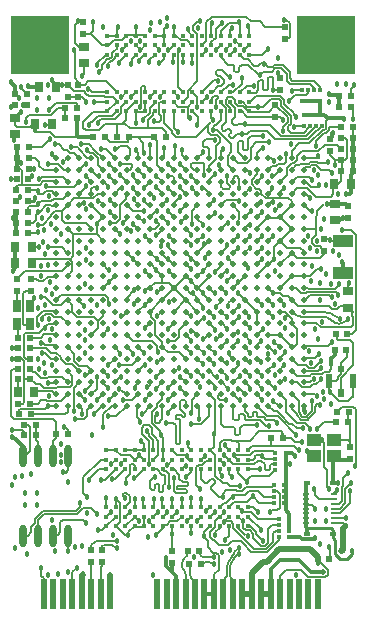
<source format=gtl>
G04 Layer_Physical_Order=1*
G04 Layer_Color=255*
%FSLAX25Y25*%
%MOIN*%
G70*
G01*
G75*
%ADD10C,0.00500*%
%ADD11C,0.01000*%
%ADD12R,0.01969X0.02362*%
%ADD13R,0.02362X0.01969*%
%ADD14R,0.03150X0.03543*%
%ADD15R,0.03543X0.03150*%
%ADD16R,0.06693X0.04331*%
%ADD17R,0.01870X0.00866*%
%ADD18R,0.02362X0.01260*%
%ADD19C,0.01969*%
%ADD20R,0.04528X0.03937*%
%ADD21R,0.01378X0.01378*%
%ADD22R,0.01378X0.01378*%
%ADD23O,0.02362X0.07480*%
%ADD24C,0.01693*%
%ADD25R,0.02362X0.09843*%
%ADD26R,0.02953X0.04134*%
%ADD27R,0.01969X0.01969*%
%ADD28R,0.01969X0.02559*%
%ADD29R,0.02362X0.04724*%
%ADD30C,0.00600*%
%ADD31C,0.00800*%
%ADD32C,0.01200*%
%ADD33C,0.02000*%
%ADD34R,0.19685X0.19685*%
%ADD35C,0.01800*%
D10*
X32000Y-185200D02*
G03*
X31600Y-186166I967J-967D01*
G01*
X28450Y-185661D02*
G03*
X28300Y-185300I-512J0D01*
G01*
X65100Y-182000D02*
G03*
X65824Y-182300I724J724D01*
G01*
X64569Y-180717D02*
G03*
X65100Y-182000I1815J0D01*
G01*
X66907Y-183900D02*
G03*
X65700Y-184400I0J-1707D01*
G01*
X60100Y-188249D02*
G03*
X59500Y-186800I-2049J0D01*
G01*
X59470Y-186769D02*
G03*
X59500Y-186800I1962J1901D01*
G01*
X58916Y-185934D02*
G03*
X59470Y-186769I2515J1065D01*
G01*
X61400Y-188234D02*
G03*
X61800Y-189200I1366J0D01*
G01*
X63096Y-192328D02*
G03*
X61800Y-189200I-4423J0D01*
G01*
X28700Y-178000D02*
G03*
X28400Y-178724I724J-724D01*
G01*
X31597Y-176800D02*
G03*
X28700Y-178000I0J-4097D01*
G01*
X76200Y-182700D02*
G03*
X74619Y-186516I3816J-3816D01*
G01*
X75694Y-191043D02*
G03*
X74619Y-188448I-3670J0D01*
G01*
X75493Y-181993D02*
G03*
X73619Y-186516I4523J-4523D01*
G01*
Y-188448D02*
G03*
X72544Y-191043I2595J-2595D01*
G01*
X99500Y-100400D02*
G03*
X100224Y-100700I724J724D01*
G01*
X110000Y-102100D02*
G03*
X106620Y-100700I-3380J-3380D01*
G01*
X96100Y-101100D02*
G03*
X98458Y-102077I2358J2358D01*
G01*
X32200Y-178400D02*
G03*
X32000Y-178883I483J-483D01*
G01*
X32924Y-178100D02*
G03*
X32200Y-178400I0J-1024D01*
G01*
X108769Y-103469D02*
G03*
X105408Y-102077I-3360J-3360D01*
G01*
X108769Y-103469D02*
G03*
X111259Y-104500I2490J2490D01*
G01*
D02*
G03*
X113549Y-103551I0J3238D01*
G01*
X69066Y-184466D02*
G03*
X67700Y-183900I-1366J-1366D01*
G01*
X60300Y-181800D02*
G03*
X60301Y-181799I-800J800D01*
G01*
D02*
G03*
X60632Y-181000I-801J799D01*
G01*
X59761Y-182339D02*
G03*
X58700Y-184883I2561J-2561D01*
G01*
D02*
G03*
X58700Y-184900I3621J-17D01*
G01*
X58700Y-184883D02*
G03*
X58916Y-185934I2731J14D01*
G01*
X37000Y-179300D02*
G03*
X34103Y-178100I-2897J-2897D01*
G01*
X110000Y-102100D02*
G03*
X111449Y-102700I1448J1448D01*
G01*
X113150Y-164350D02*
Y-159450D01*
X111424Y-166076D02*
X113150Y-164350D01*
X112150Y-163450D02*
Y-158802D01*
X111099Y-164501D02*
X112150Y-163450D01*
X95446Y-112253D02*
X96047D01*
X95402D02*
X95446D01*
X95400Y-112300D02*
X95446Y-112253D01*
X95402Y-104502D02*
X97100Y-106200D01*
X95400Y-104379D02*
Y-104378D01*
X96047Y-112253D02*
X97100Y-111200D01*
Y-106200D01*
X95402Y-104502D02*
Y-104379D01*
X18800Y-69800D02*
X19800Y-70800D01*
X26800D01*
X80722Y-146702D02*
X80812Y-146612D01*
X61900Y-106800D02*
Y-106400D01*
X63816Y-108317D01*
X63906D01*
X57666Y-106682D02*
X59969Y-104379D01*
Y-104732D02*
Y-104379D01*
X57666Y-108993D02*
Y-106682D01*
X56259Y-110400D02*
X57666Y-108993D01*
X54000Y-110400D02*
X56259D01*
X15958Y-111550D02*
X16661Y-112253D01*
X15483Y-111550D02*
X15958D01*
X15383Y-111650D02*
X15483Y-111550D01*
X14017Y-111650D02*
X15383D01*
X13917Y-111550D02*
X14017Y-111650D01*
X13198Y-111550D02*
X13917D01*
X13502Y-112550D02*
X15052Y-114100D01*
X11417Y-112550D02*
X13502D01*
X15052Y-114100D02*
X16882D01*
X12100Y-114200D02*
X13100D01*
X26300Y-121600D02*
X26600Y-121900D01*
X26800D01*
Y-121800D01*
X28472Y-120128D01*
X100000Y-173800D02*
Y-172400D01*
X100650Y-189050D02*
X106483D01*
X98300Y-186700D02*
X100650Y-189050D01*
X93300Y-186700D02*
X98300D01*
X91442Y-194694D02*
Y-188558D01*
X93300Y-186700D01*
X27600Y-37700D02*
X28100Y-37200D01*
X27600Y-38100D02*
Y-37700D01*
X66900Y-10100D02*
Y-3867D01*
X49600Y-42900D02*
X50300Y-43600D01*
Y-51404D02*
Y-43600D01*
X86389Y-151350D02*
X86516Y-151476D01*
X85189Y-150150D02*
X86389Y-151350D01*
X75750D02*
X82803D01*
X88450Y-151384D02*
X89728D01*
X87992Y-151842D02*
X88450Y-151384D01*
X87992Y-152953D02*
Y-151842D01*
X87598Y-153347D02*
X87992Y-152953D01*
X86910Y-153347D02*
X87598D01*
X86516Y-152953D02*
X86910Y-153347D01*
X86516Y-152953D02*
Y-151476D01*
X84004Y-150150D02*
X85189D01*
X82803Y-151350D02*
X84004Y-150150D01*
X72300Y-155200D02*
Y-155100D01*
X71273Y-154073D02*
X72300Y-155100D01*
X76222Y-163800D02*
X80400D01*
X82300Y-161900D01*
X82322Y-135198D02*
Y-134115D01*
X79600Y-131800D02*
X79696Y-131896D01*
X81870Y-135650D02*
X82322Y-135198D01*
X81122Y-135650D02*
X81870D01*
X80724Y-135252D02*
X81122Y-135650D01*
X80724Y-135252D02*
Y-134563D01*
X79654Y-133492D02*
X80724Y-134563D01*
X79654Y-133492D02*
Y-131939D01*
X80300Y-157100D02*
X80400Y-157200D01*
X79724Y-136256D02*
X80118Y-136650D01*
X79724Y-136256D02*
Y-135138D01*
X79035Y-134449D02*
X79724Y-135138D01*
X78248Y-134449D02*
X79035D01*
X77658Y-135039D02*
X78248Y-134449D01*
X77658Y-136256D02*
Y-135039D01*
X77264Y-136650D02*
X77658Y-136256D01*
X76279Y-136650D02*
X77264D01*
X75717Y-136087D02*
Y-131939D01*
Y-136087D02*
X76279Y-136650D01*
X72835Y-138878D02*
X75787D01*
X77953Y-139272D02*
X78924Y-138300D01*
X77953Y-141142D02*
Y-139272D01*
X77461Y-141634D02*
X77953Y-141142D01*
X76673Y-141634D02*
X77461D01*
X76279Y-141240D02*
X76673Y-141634D01*
X76279Y-141240D02*
Y-139370D01*
X75787Y-138878D02*
X76279Y-139370D01*
X71780Y-137823D02*
X72835Y-138878D01*
X71780Y-137823D02*
Y-131939D01*
X78924Y-138300D02*
X83700D01*
X69193Y-156102D02*
X69882Y-156791D01*
X68405Y-156102D02*
X69193D01*
X66929Y-157579D02*
X68405Y-156102D01*
Y-159055D02*
X69882Y-157579D01*
X68405Y-159705D02*
Y-159055D01*
Y-159705D02*
X71000Y-162300D01*
X66279Y-157579D02*
X66929D01*
X64974Y-156274D02*
X66279Y-157579D01*
X69882D02*
Y-156791D01*
X64974Y-156274D02*
Y-153001D01*
X89961Y-173484D02*
X91028D01*
X89163Y-174282D02*
X89961Y-173484D01*
X89163Y-177084D02*
Y-174282D01*
X87350Y-173883D02*
Y-172783D01*
Y-176117D02*
Y-173883D01*
Y-172783D02*
X88618Y-171516D01*
X80167Y-158800D02*
X88876D01*
X89328Y-158347D01*
X82690Y-146850D02*
X89131D01*
X89728Y-147447D01*
X85500Y-148400D02*
X86516Y-149416D01*
X83391Y-148400D02*
X85500D01*
X83169Y-148622D02*
X83391Y-148400D01*
X83169Y-149114D02*
Y-148622D01*
X82432Y-149851D02*
X83169Y-149114D01*
X80722Y-149851D02*
X82432D01*
X86516Y-149416D02*
X89728D01*
X85400Y-126100D02*
X85500D01*
X83600Y-124300D02*
X85400Y-126100D01*
X83600Y-124300D02*
Y-124200D01*
X77500Y-37800D02*
X79500D01*
X77100Y-38200D02*
X77500Y-37800D01*
X76100Y-38200D02*
X77100D01*
X75500Y-37600D02*
X76100Y-38200D01*
X75500Y-37600D02*
Y-36700D01*
X76476Y-35724D01*
X53900Y-55200D02*
X54000Y-55100D01*
X55400D01*
X78600Y-18100D02*
X80900D01*
X77900Y-18800D02*
X78600Y-18100D01*
X77900Y-20300D02*
Y-18800D01*
X77500Y-20700D02*
X77900Y-20300D01*
X76600Y-20700D02*
X77500D01*
X76200Y-20300D02*
X76600Y-20700D01*
X76200Y-20300D02*
Y-18600D01*
X75700Y-18100D02*
X76200Y-18600D01*
X74200Y-18100D02*
X75700D01*
X77100Y-41300D02*
X78800D01*
X75800Y-42600D02*
X77100Y-41300D01*
X75000Y-42600D02*
X75800D01*
X74400Y-42000D02*
X75000Y-42600D01*
X74400Y-42000D02*
Y-41400D01*
X75000Y-40800D01*
Y-40270D01*
X74315Y-39585D02*
X75000Y-40270D01*
X73715Y-39585D02*
X74315D01*
X73200Y-40100D02*
X73715Y-39585D01*
X72500Y-40100D02*
X73200D01*
X72000Y-39600D02*
X72500Y-40100D01*
X72000Y-39600D02*
Y-38600D01*
X73326Y-37274D01*
Y-32583D01*
X96000Y-34800D02*
X96900Y-35700D01*
X96000Y-34800D02*
Y-34233D01*
X95000Y-37748D02*
Y-35217D01*
X94250Y-38498D02*
X95000Y-37748D01*
X83700Y-14801D02*
X85499D01*
X81122D02*
X83700D01*
X85499D02*
X87300Y-13000D01*
X64000Y-38100D02*
Y-35474D01*
X24535Y-65009D02*
X26100Y-63445D01*
X83591Y-116191D02*
X85100Y-117700D01*
X32000Y-185200D02*
Y-183768D01*
X31600Y-194694D02*
Y-186166D01*
X28300Y-185300D02*
Y-183869D01*
X28450Y-194694D02*
Y-185661D01*
X69300Y-182400D02*
X69500D01*
X64569Y-180717D02*
Y-180100D01*
X66907Y-183900D02*
X67700D01*
X60100Y-190900D02*
Y-188249D01*
X61400Y-188234D02*
Y-184600D01*
X63096Y-194694D02*
Y-192328D01*
X101600Y-143000D02*
X101700Y-143100D01*
X78967Y-177533D02*
X81884Y-180450D01*
X71050Y-178150D02*
X74050D01*
X78400Y-176900D02*
X79000Y-177500D01*
X75300Y-176900D02*
X78400D01*
X74050Y-178150D02*
X75300Y-176900D01*
X69550Y-176650D02*
X71050Y-178150D01*
X69217Y-176650D02*
X69550D01*
X68250Y-175683D02*
X69217Y-176650D01*
X68250Y-175683D02*
Y-173888D01*
X74423Y-175077D02*
Y-171898D01*
X73100Y-176400D02*
X74423Y-175077D01*
X66000Y-175200D02*
Y-174022D01*
X67500Y-179000D02*
Y-176800D01*
Y-179000D02*
X69250Y-180750D01*
X69984D01*
X70950Y-181717D01*
X88635Y-20500D02*
X89916Y-19218D01*
X85900Y-20500D02*
X88635D01*
X90939Y-131939D02*
X91465D01*
X93000Y-122900D02*
X93100Y-122800D01*
X91635Y-124065D02*
X93000Y-122700D01*
X103900Y-131400D02*
X104700D01*
X103200Y-132100D02*
X103900Y-131400D01*
X95402Y-133049D02*
Y-131939D01*
Y-128002D02*
X97704Y-130304D01*
X15300Y-47900D02*
X16600Y-49200D01*
X48158Y-61072D02*
X49685Y-62600D01*
X42250Y-59350D02*
X43972Y-61072D01*
X27740Y-62707D02*
X29160D01*
X27460Y-62426D02*
X27740Y-62707D01*
X25493Y-62426D02*
X27460D01*
X25212Y-62707D02*
X25493Y-62426D01*
X22793Y-62707D02*
X25212D01*
X26800Y-70800D02*
X28472Y-72473D01*
X22415Y-74700D02*
X30400D01*
X28400Y-61200D02*
Y-61000D01*
X28472Y-61072D01*
X28300Y-60900D02*
X28400Y-61000D01*
X30300Y-58900D02*
X30400Y-59000D01*
X29000Y-58900D02*
X30300D01*
X29000Y-58919D02*
Y-58900D01*
X28300Y-59619D02*
X29000Y-58919D01*
X28300Y-60900D02*
Y-59619D01*
X21700Y-45500D02*
X23867D01*
X55925Y-39125D02*
X57400Y-40600D01*
X67843Y-56657D02*
X69800Y-54700D01*
X67843Y-65009D02*
X69529Y-63323D01*
X81600Y-67000D02*
Y-66900D01*
X65500Y-59300D02*
Y-59200D01*
X65800Y-59500D01*
X61870Y-55100D02*
X61900Y-55130D01*
X73414Y-63375D02*
X77525D01*
X71780Y-65009D02*
X73414Y-63375D01*
X81368Y-59700D02*
X81500D01*
X81956Y-57812D02*
X83582Y-59438D01*
X83591Y-68946D02*
X85277Y-67260D01*
X80837Y-71700D02*
X81400D01*
X79654Y-76820D02*
X81340Y-75134D01*
X58315Y-70600D02*
X59969Y-68946D01*
X53948Y-70800D02*
X54200D01*
X42300Y-82800D02*
X42326D01*
X42300D02*
Y-82774D01*
X94150Y-62450D02*
X95400Y-63700D01*
X92417Y-62450D02*
X94150D01*
X92160Y-62707D02*
X92417Y-62450D01*
X90156Y-62707D02*
X92160D01*
X89864Y-62414D02*
X90156Y-62707D01*
X88497Y-62414D02*
X89864D01*
X91465Y-60535D02*
X92600Y-59400D01*
X100507Y-59274D02*
X103433Y-62200D01*
X97200Y-59274D02*
X100507D01*
X95402Y-61072D02*
X97200Y-59274D01*
X101600Y-58800D02*
X103600D01*
X99935Y-57135D02*
X101600Y-58800D01*
X103400Y-45400D02*
Y-43481D01*
X103283Y-51650D02*
X104933Y-53300D01*
X101917Y-51650D02*
X103283D01*
X104098Y-51050D02*
X106750D01*
X103698Y-50650D02*
X104098Y-51050D01*
X101502Y-50650D02*
X103698D01*
X101052Y-51100D02*
X101502Y-50650D01*
X98214Y-51100D02*
X101052D01*
X75717Y-76820D02*
X77403Y-75134D01*
X88600Y-60000D02*
Y-59300D01*
X84267Y-59438D02*
X85225Y-60395D01*
X83582Y-59438D02*
X84267D01*
X104933Y-53300D02*
X107800D01*
X99972Y-61072D02*
X101400Y-62500D01*
X53700Y-63200D02*
X53800D01*
X49400Y-62600D02*
X49685D01*
X65800Y-59500D02*
X66100Y-59200D01*
X67843Y-60943D01*
X89500Y-110500D02*
X91300Y-112300D01*
X87528Y-76820D02*
X89214Y-75134D01*
X83591Y-76820D02*
X85277Y-75134D01*
X75717Y-80757D02*
X77403Y-79071D01*
X73700Y-70963D02*
Y-70700D01*
X85225Y-61081D02*
X86851Y-62707D01*
X85225Y-61081D02*
Y-60395D01*
X45900Y-47600D02*
X46000Y-47700D01*
X38100Y-54952D02*
Y-54900D01*
X38381Y-59200D02*
X38800D01*
X34000Y-59000D02*
Y-58700D01*
X30700Y-63500D02*
X31200D01*
X34800Y-67400D02*
X36347Y-68946D01*
X34800Y-70900D02*
X36704D01*
X34700D02*
X34800D01*
X38100Y-54900D02*
Y-54700D01*
X44000Y-42400D02*
X49300D01*
X41069D02*
X44000D01*
X46000Y-47800D02*
Y-47700D01*
X45900Y-47600D02*
Y-44300D01*
X44000Y-42400D02*
X45900Y-44300D01*
X29160Y-62707D02*
X30794Y-61072D01*
X20598Y-64902D02*
X22793Y-62707D01*
X38100Y-74700D02*
Y-74637D01*
X50100Y-86637D02*
Y-86500D01*
X50500Y-102037D02*
Y-101900D01*
X30400Y-74700D02*
X32500Y-76800D01*
X32700Y-57400D02*
X34000Y-58700D01*
X34550Y-51402D02*
Y-51317D01*
X50104Y-67000D02*
X50300D01*
X56717Y-42250D02*
X63550D01*
X55350Y-40883D02*
X56717Y-42250D01*
X55350Y-40883D02*
Y-40150D01*
X52776Y-37576D02*
X55350Y-40150D01*
X83591Y-128002D02*
X85489Y-129900D01*
X40200Y-62782D02*
Y-61100D01*
X38100Y-64882D02*
X40200Y-62782D01*
X38281Y-59300D02*
X38381Y-59200D01*
X38200Y-59219D02*
X38281Y-59300D01*
X31200Y-63500D02*
X32300Y-64600D01*
X36347Y-61072D02*
X38200Y-59219D01*
X38100Y-54952D02*
X40284Y-57135D01*
X47509Y-65009D02*
X48158D01*
X38100Y-69504D02*
Y-64882D01*
X36704Y-70900D02*
X38100Y-69504D01*
X30794Y-61072D02*
X32410D01*
X53800Y-63200D02*
X53804Y-63204D01*
X48158Y-68946D02*
X50104Y-67000D01*
X40284Y-69617D02*
Y-68946D01*
X39100Y-70800D02*
X40284Y-69617D01*
X38500Y-101800D02*
X38926D01*
X22415Y-81985D02*
Y-74700D01*
X34550Y-51402D02*
X36347Y-53198D01*
X43972Y-61072D02*
X44221D01*
X42500Y-55415D02*
X44221Y-57135D01*
X73800Y-87000D02*
Y-86611D01*
X12750Y-108050D02*
X16661D01*
X11600Y-109200D02*
X12750Y-108050D01*
X8568Y-109200D02*
X11600D01*
X11700Y-110900D02*
X12548D01*
X11316Y-112650D02*
X11417Y-112550D01*
X8068Y-112650D02*
X11316D01*
X14086Y-122248D02*
X18782D01*
X13883Y-122450D02*
X14086Y-122248D01*
X11616Y-122450D02*
X13883D01*
X14000Y-124200D02*
X16526D01*
X12075Y-102292D02*
Y-102110D01*
X12058Y-102087D02*
X13300Y-101200D01*
X12058Y-102087D02*
X12058Y-102087D01*
X11966Y-102153D02*
X12058Y-102087D01*
X11925Y-102182D02*
X11966Y-102153D01*
X11900Y-102200D02*
X11925Y-102182D01*
X11900Y-102200D02*
X12033Y-102333D01*
X12000Y-102200D02*
Y-102185D01*
X12075Y-102110D01*
X12033Y-102333D02*
X12075Y-102292D01*
X14192Y-104508D02*
X16533D01*
X13000Y-105700D02*
X14192Y-104508D01*
X16533D02*
X16661Y-104379D01*
X13300Y-101200D02*
X15050D01*
X8561Y-97700D02*
X9500Y-95950D01*
X8400Y-98000D02*
X8561Y-97700D01*
X8200Y-98400D02*
X8400Y-98000D01*
X15050Y-101200D02*
X15950Y-102100D01*
X18319D01*
X12548Y-110900D02*
X13198Y-111550D01*
X28400Y-179800D02*
Y-178724D01*
X31597Y-176800D02*
X36517D01*
X18319Y-102100D02*
X20598Y-104379D01*
X15740Y-98140D02*
X18546D01*
X11600Y-95400D02*
X11800D01*
Y-95500D02*
Y-95400D01*
X9633Y-120467D02*
X11616Y-122450D01*
X10000Y-124600D02*
X11300D01*
X18546Y-98140D02*
X20180Y-96505D01*
X54200Y-106200D02*
X54211D01*
X49792Y-108325D02*
Y-103703D01*
Y-108325D02*
X52095Y-110628D01*
X48900Y-110300D02*
X50460Y-111860D01*
X42267Y-110300D02*
X48900D01*
X18800Y-69800D02*
Y-66808D01*
X10850Y-71450D02*
X12284D01*
X10800Y-71500D02*
X10850Y-71450D01*
X12284D02*
X15027Y-68706D01*
X7468Y-74400D02*
X10100D01*
X30775Y-103703D02*
X32410Y-102068D01*
X30775Y-106025D02*
Y-103703D01*
X24535Y-96935D02*
X26200Y-98600D01*
X32410Y-102068D02*
Y-100443D01*
X38200Y-114500D02*
Y-114107D01*
X28800Y-108000D02*
X30775Y-106025D01*
X13100Y-114200D02*
X15000Y-116100D01*
X16571D01*
X15550Y-126950D02*
X16800Y-128200D01*
X8100Y-119500D02*
X9067Y-120467D01*
X9633D01*
X16526Y-124200D02*
X16661Y-124065D01*
X8200Y-122800D02*
X10000Y-124600D01*
X70100Y-109996D02*
Y-109700D01*
X50460Y-112970D02*
Y-111860D01*
X75721Y-104379D02*
X77800Y-102300D01*
X70192Y-98800D02*
Y-98708D01*
X65737Y-109716D02*
X66084D01*
X67484Y-108317D01*
X16571Y-116100D02*
X16661Y-116191D01*
X1600Y-120400D02*
X2500Y-119500D01*
X1600Y-135300D02*
Y-120400D01*
X8369Y-134700D02*
X19700D01*
X15634Y-136334D02*
X16600Y-137300D01*
X2634Y-136334D02*
X15634D01*
X20600Y-133800D02*
Y-132400D01*
X19700Y-134700D02*
X20600Y-133800D01*
X18782Y-122248D02*
X20598Y-124065D01*
Y-96505D02*
X22233Y-98140D01*
X33086Y-94871D02*
X34044Y-95829D01*
X16397Y-66900D02*
X16489Y-66808D01*
X16397Y-66900D02*
X16400D01*
X15027Y-68269D02*
X16397Y-66900D01*
X15027Y-68706D02*
Y-68269D01*
X10216Y-69750D02*
Y-67883D01*
X9840Y-83060D02*
X21275D01*
X6434Y-86997D02*
X18603D01*
X14017Y-88950D02*
X16450D01*
X16489Y-66808D02*
X18800D01*
X15283Y-65350D02*
X16350D01*
X14883Y-64950D02*
X15283Y-65350D01*
X13517Y-64950D02*
X14883D01*
X11266Y-67200D02*
X13517Y-64950D01*
X8967Y-71000D02*
X10216Y-69750D01*
X7100Y-71000D02*
X8967D01*
X69800Y-87300D02*
X71780Y-85321D01*
Y-84694D01*
X73730Y-78807D02*
Y-78100D01*
X73900Y-90400D02*
Y-90100D01*
X77500Y-90785D02*
Y-90700D01*
Y-94400D02*
X77548D01*
X16450Y-88950D02*
X16700Y-88700D01*
X12566Y-90400D02*
X14017Y-88950D01*
X11000Y-90400D02*
X12566D01*
X11100Y-79000D02*
X11100Y-79000D01*
X10131Y-89531D02*
X11000Y-90400D01*
X8300Y-89531D02*
X10131D01*
X3900D02*
X6434Y-86997D01*
X29277Y-102077D02*
X30800Y-103600D01*
X16600Y-141400D02*
Y-137300D01*
X8068Y-122900D02*
X8200D01*
X2200Y-116100D02*
X2200Y-116100D01*
X22700Y-133700D02*
Y-125900D01*
X19500Y-139000D02*
X19700D01*
X20598Y-120128D02*
X22233Y-121762D01*
Y-124741D02*
Y-121762D01*
X2100Y-112700D02*
X2100Y-112700D01*
X34100Y-118400D02*
X34137D01*
X37700Y-118200D02*
X42211D01*
X27093Y-118493D02*
X28500Y-119900D01*
X24527Y-118493D02*
X27093D01*
X34200Y-122000D02*
Y-121918D01*
X34400Y-129900D02*
X34448D01*
X42313Y-114483D02*
X42500D01*
X42300Y-114470D02*
X42313Y-114483D01*
X40284Y-112253D02*
X42400Y-114370D01*
X95343Y-137743D02*
X97000Y-139400D01*
X73682Y-118093D02*
X73850Y-117925D01*
X71846Y-112253D02*
X73900Y-110200D01*
X77500Y-118109D02*
X77618Y-118226D01*
X75717Y-120128D02*
X77618Y-118226D01*
X79654Y-116191D02*
X80863Y-117400D01*
X69836Y-106627D02*
X69963Y-106500D01*
X102364Y-124650D02*
X103550D01*
X99339Y-124065D02*
X101535D01*
X73700Y-102300D02*
Y-102200D01*
X61700Y-110100D02*
Y-110048D01*
X65800Y-102500D02*
X66000D01*
X93090Y-100443D02*
X94224Y-101576D01*
X83591Y-108209D02*
X85600Y-106200D01*
X95402Y-104379D02*
Y-102754D01*
X91465Y-100443D02*
X93090D01*
X74300Y-114774D02*
X75717Y-116191D01*
X74300Y-114774D02*
Y-114300D01*
X104599Y-78451D02*
X105566Y-79417D01*
X103217Y-78451D02*
X104599D01*
X102250Y-77483D02*
X103217Y-78451D01*
X102250Y-76083D02*
X103300Y-75033D01*
X98270Y-94203D02*
X100015D01*
X100224Y-100700D02*
X106620D01*
X105566Y-80400D02*
X105900D01*
X103550Y-124650D02*
X105100Y-123100D01*
X99339Y-96505D02*
X99795D01*
X100573Y-92568D02*
X101004Y-93000D01*
X87528Y-96505D02*
X89214Y-98191D01*
X77500Y-181400D02*
X77900D01*
X76200Y-182700D02*
X77500Y-181400D01*
X74619Y-188448D02*
Y-186516D01*
X75694Y-194694D02*
Y-191043D01*
X93141Y-98300D02*
X93200Y-98241D01*
X77867Y-179100D02*
X77900D01*
X76250Y-180717D02*
X77867Y-179100D01*
X76250Y-181236D02*
Y-180717D01*
X75493Y-181993D02*
X76250Y-181236D01*
X73619Y-188448D02*
Y-186516D01*
X72544Y-194694D02*
Y-191043D01*
X95400Y-100400D02*
X96100Y-101100D01*
X99339Y-92568D02*
X100573D01*
X96636D02*
X98270Y-94203D01*
X95402Y-92568D02*
X96636D01*
X65810Y-99116D02*
Y-98409D01*
X94060Y-95164D02*
X95402Y-96505D01*
X92434Y-95164D02*
X94060D01*
X91473Y-94203D02*
X92434Y-95164D01*
X90788Y-94203D02*
X91473D01*
X89500Y-66800D02*
X89674D01*
X83591Y-65009D02*
X84890Y-63710D01*
X101001Y-55501D02*
X102000Y-56500D01*
X97036Y-55501D02*
X101001D01*
X95402Y-57135D02*
X97036Y-55501D01*
X99339Y-57135D02*
X99935D01*
X103433Y-62200D02*
X108300D01*
X93400Y-50600D02*
Y-47900D01*
X92774Y-51226D02*
X93400Y-50600D01*
X90807Y-51226D02*
X92774D01*
X108300Y-62200D02*
X109100Y-61400D01*
Y-58400D02*
X109600Y-57900D01*
X109100Y-61400D02*
Y-58400D01*
X114700Y-61200D02*
X114800Y-61300D01*
X115400Y-60700D01*
X108800Y-54300D02*
X108900D01*
X101167Y-44300D02*
X105657Y-39811D01*
X97900Y-44300D02*
X101167D01*
X107800Y-53300D02*
X108800Y-54300D01*
X68524Y-4576D02*
X68700Y-4400D01*
X68524Y-8502D02*
Y-4576D01*
X64166Y-3600D02*
X64900D01*
X62550Y-6583D02*
Y-5217D01*
X64166Y-3600D01*
X70020Y-6280D02*
X72000Y-4300D01*
X70020Y-9121D02*
Y-6280D01*
X44300Y-16700D02*
X46199Y-14801D01*
X46476D01*
X91433Y-41467D02*
X91817Y-41850D01*
X80150Y-38150D02*
X88050D01*
X91400Y-41500D01*
X81956Y-57812D02*
Y-56458D01*
X93767Y-54833D02*
Y-52522D01*
X91465Y-57135D02*
X93767Y-54833D01*
X81197Y-59529D02*
X81368Y-59700D01*
X89983Y-52050D02*
X90807Y-51226D01*
X88676Y-52050D02*
X89983D01*
X87528Y-53198D02*
X88676Y-52050D01*
X95400Y-46800D02*
X97900Y-44300D01*
X93767Y-52522D02*
X95393Y-50896D01*
X86851Y-62707D02*
X88204D01*
X87528Y-124065D02*
X89263Y-125800D01*
X87528Y-92568D02*
X89214Y-94254D01*
X46167Y-114200D02*
X46200D01*
X43000Y-125992D02*
Y-125700D01*
X42700Y-125400D02*
X43000Y-125700D01*
X42700Y-125400D02*
X43000Y-125100D01*
X27500Y-156500D02*
X27600D01*
X8500Y-84400D02*
X9840Y-83060D01*
X21275D02*
X21308Y-83092D01*
X16350Y-65350D02*
X16600Y-65100D01*
X11900Y-63700D02*
X15083D01*
X10900Y-64700D02*
X11900Y-63700D01*
X15983Y-62800D02*
X19000D01*
X15083Y-63700D02*
X15983Y-62800D01*
X16220Y-61072D02*
X16661D01*
X15498Y-60350D02*
X16220Y-61072D01*
X13302Y-60350D02*
X15498D01*
X12580Y-61072D02*
X13302Y-60350D01*
X10800Y-61072D02*
X12580D01*
X12584Y-56950D02*
X16550D01*
X11999Y-55501D02*
X18964D01*
X13300Y-58600D02*
X13500Y-58800D01*
X11200Y-56300D02*
X11999Y-55501D01*
X12600Y-53300D02*
X16900D01*
X11200Y-51900D02*
X12600Y-53300D01*
X14000Y-51300D02*
X17367D01*
X18800Y-66808D02*
X20598Y-65009D01*
X18603Y-86997D02*
X20600Y-85000D01*
X12000Y-45700D02*
X14700Y-43000D01*
X13200Y-38100D02*
X14956D01*
X14900Y-40500D02*
X16500Y-42100D01*
X10400Y-40500D02*
X14900D01*
X63900Y-112200D02*
X66000Y-114300D01*
X93305Y-113905D02*
X93400Y-114000D01*
X61426Y-101900D02*
X61900D01*
X22700Y-125900D02*
X24535Y-124065D01*
X21260Y-125715D02*
X22233Y-124741D01*
X26500Y-126800D02*
X28472Y-124828D01*
Y-124065D01*
X51800Y-78400D02*
X52095Y-78105D01*
X61800Y-74800D02*
Y-74715D01*
X80298Y-53198D02*
X81500Y-54400D01*
X79654Y-53198D02*
X80298D01*
X77700Y-59100D02*
X77900Y-58900D01*
X83850Y-54565D02*
Y-53458D01*
X81956Y-56458D02*
X83850Y-54565D01*
X18900Y-24900D02*
X20669D01*
X27800Y-28700D02*
X29700D01*
X26850Y-27750D02*
X27800Y-28700D01*
X26817Y-27750D02*
X26850D01*
X26104Y-27037D02*
X26817Y-27750D01*
X22806Y-27037D02*
X26104D01*
X89300Y-50400D02*
Y-50300D01*
X87528Y-49261D02*
X88261D01*
X89300Y-50300D01*
X102250Y-77483D02*
Y-76083D01*
X93000Y-122700D02*
X93100Y-122800D01*
X71780Y-116191D02*
X73682Y-118093D01*
X56172Y-120128D02*
X56572D01*
X57600Y-119100D01*
X50885Y-117400D02*
X52095Y-116191D01*
X74800Y-158700D02*
X77933D01*
X78617Y-160350D02*
X80167Y-158800D01*
X72848Y-170438D02*
Y-170324D01*
X74423Y-168749D01*
X81300Y-79100D02*
X81400D01*
X83591Y-84694D02*
X85277Y-83008D01*
X95400Y-64900D02*
Y-63700D01*
X99339Y-49261D02*
X104339D01*
X95393Y-50896D02*
X96078D01*
X97614Y-51700D02*
X98214Y-51100D01*
X96900Y-51700D02*
X97614D01*
X95402Y-53198D02*
X96900Y-51700D01*
X99339Y-61072D02*
X99972D01*
X95400Y-49100D02*
Y-46800D01*
X96200Y-39000D02*
X96728Y-38472D01*
X99347D01*
X93950Y-37383D02*
Y-35581D01*
X92500Y-38833D02*
X93950Y-37383D01*
X94250Y-39883D02*
Y-38498D01*
Y-39883D02*
X95217Y-40850D01*
X99266D01*
X91817Y-41850D02*
X100235D01*
X91467Y-28600D02*
X92850Y-29983D01*
Y-31083D02*
Y-29983D01*
X91154Y-29700D02*
X91850Y-30397D01*
Y-32067D02*
Y-30397D01*
X92850Y-31083D02*
X96000Y-34233D01*
X91850Y-32067D02*
X95000Y-35217D01*
X103400Y-43481D02*
X106071Y-40811D01*
X99266Y-40850D02*
X101200Y-38916D01*
X100235Y-41850D02*
X103100Y-38985D01*
X101200Y-38916D02*
Y-38027D01*
X92500Y-40200D02*
Y-38833D01*
X95500Y-23500D02*
X102700D01*
X94700Y-24500D02*
X101400D01*
X81342Y-148198D02*
X82690Y-146850D01*
X76302Y-148198D02*
X81342D01*
X70145Y-45288D02*
X71450Y-43983D01*
Y-42617D01*
X70384Y-41550D02*
X71450Y-42617D01*
X68516Y-41550D02*
X70384D01*
X67450Y-40483D02*
X68516Y-41550D01*
X67450Y-40483D02*
Y-38350D01*
X36700Y-146800D02*
X38255Y-148355D01*
X41555D01*
X33602Y-146702D02*
X36628D01*
X33927Y-18499D02*
Y-17901D01*
X37014Y-27386D02*
X37028Y-27399D01*
X25469Y-28868D02*
X26800Y-30200D01*
X24200Y-28868D02*
X25469D01*
X20700Y-28868D02*
X24032D01*
X24100Y-28800D01*
X30667Y-35300D02*
X35426D01*
X28767Y-37200D02*
X30667Y-35300D01*
X28100Y-37200D02*
X28767D01*
X32394Y-76806D02*
X32410Y-76820D01*
X40284Y-96505D02*
Y-95816D01*
X11900Y-188500D02*
Y-185800D01*
Y-188500D02*
X12702Y-189302D01*
Y-194694D02*
Y-189302D01*
X24283Y-46317D02*
X27228Y-49261D01*
X50500Y-94037D02*
Y-94000D01*
X44221Y-100443D02*
Y-100279D01*
X48300Y-102211D02*
X49792Y-103703D01*
X48300Y-102211D02*
Y-100700D01*
X63906Y-96505D02*
Y-95806D01*
X74273Y-24800D02*
X76000D01*
X38124Y-170476D02*
Y-164269D01*
X26400Y-171000D02*
X26600D01*
X20800Y-180100D02*
Y-175089D01*
X36628Y-165599D02*
Y-162772D01*
X19000Y-62800D02*
X20700Y-61100D01*
X34137Y-118400D02*
X36347Y-116191D01*
X54000Y-114000D02*
X57778D01*
X52500Y-112500D02*
X54000Y-114000D01*
X57778D02*
X59969Y-116191D01*
X42211Y-118200D02*
X44221Y-116191D01*
X71780Y-100443D02*
X73637Y-102300D01*
X73700D01*
X36347Y-112253D02*
X38200Y-114107D01*
X74100Y-98600D02*
Y-97700D01*
X42800Y-98000D02*
Y-97926D01*
X69474Y-94200D02*
X69600D01*
X46472Y-106065D02*
X48158Y-104379D01*
X46076Y-169543D02*
Y-168749D01*
Y-169543D02*
X46100Y-169567D01*
X46050Y-169617D02*
X46100Y-169567D01*
X46050Y-171925D02*
Y-169617D01*
X28550Y-166050D02*
X30300Y-167800D01*
X80722Y-168749D02*
X85373Y-173400D01*
X83550Y-174650D02*
X85700Y-176800D01*
X82550Y-175983D02*
X85017Y-178450D01*
X85200Y-173400D02*
X85373D01*
X88100Y-167300D02*
X88800Y-166600D01*
X83966Y-169500D02*
X91100D01*
X81719Y-167252D02*
X83966Y-169500D01*
X83865Y-57135D02*
X85700Y-55300D01*
X79700Y-124000D02*
X81300Y-125600D01*
X79700Y-124100D02*
X81300Y-125700D01*
X83591Y-120128D02*
X85263Y-121800D01*
X91707Y-134993D02*
X94457Y-137743D01*
X95343D01*
X87350Y-177483D02*
Y-176117D01*
X86383Y-178450D02*
X87350Y-177483D01*
X86798Y-179450D02*
X89163Y-177084D01*
X82750Y-179450D02*
X86798D01*
X91028Y-176634D02*
Y-175453D01*
X87212Y-180450D02*
X91028Y-176634D01*
X81884Y-180450D02*
X87212D01*
X93553Y-3100D02*
X94634Y-4181D01*
X92700Y-3100D02*
X93553D01*
X66000Y-174022D02*
X68124Y-171898D01*
X50000Y-175000D02*
X52376Y-172624D01*
Y-171898D01*
X36628D02*
X39629Y-174900D01*
X40800Y-174025D02*
X42927Y-171898D01*
X46050Y-171925D02*
X46076Y-171898D01*
X45875Y-172100D02*
X46050Y-171925D01*
X43000Y-172100D02*
X45875D01*
X36700Y-171900D02*
X38124Y-170476D01*
X36628Y-162772D02*
X38124Y-164269D01*
X69400Y-145425D02*
Y-141400D01*
X89900Y-31532D02*
X93950Y-35581D01*
X87250Y-40250D02*
X89850Y-42850D01*
X81122Y-33750D02*
Y-33698D01*
X62550Y-6583D02*
X63850Y-7884D01*
Y-23657D02*
Y-7884D01*
X60728Y-26779D02*
X63850Y-23657D01*
X60728Y-28896D02*
Y-26779D01*
X59075Y-30549D02*
X60728Y-28896D01*
X67450Y-38350D02*
X68500Y-37300D01*
X63550Y-42250D02*
X67450Y-38350D01*
X52776Y-37576D02*
Y-33698D01*
X43327Y-37273D02*
Y-33698D01*
X43400Y-33700D02*
X43550Y-33850D01*
X45633D01*
Y-33800D01*
X46476Y-33276D02*
X46600Y-33400D01*
X46476Y-33276D02*
Y-32957D01*
X46550D02*
Y-30622D01*
X46476Y-30549D02*
X46550Y-30622D01*
X81122Y-8502D02*
Y-5422D01*
X74823Y-8502D02*
Y-6277D01*
X44800Y-13100D02*
X45028D01*
X46476Y-11651D01*
X52700Y-11600D02*
Y-8700D01*
X49626Y-8502D02*
X52502D01*
X44776Y-13100D02*
X44800D01*
X43327Y-11651D02*
X44776Y-13100D01*
X37028Y-8502D02*
Y-5872D01*
X33878Y-8502D02*
X37028D01*
X20598Y-65009D02*
Y-64902D01*
X59969Y-108317D02*
X61700Y-110048D01*
X52095Y-112253D02*
Y-110628D01*
X50460Y-112970D02*
X50500Y-113010D01*
Y-113900D02*
Y-113010D01*
X79500Y-37800D02*
X79600Y-37900D01*
X88204Y-62707D02*
X88497Y-62414D01*
X62224Y-33698D02*
X64000Y-35474D01*
X70145Y-49655D02*
Y-45288D01*
X67843Y-51957D02*
X70145Y-49655D01*
X67843Y-53198D02*
Y-51957D01*
X83591Y-53198D02*
X83850Y-53458D01*
X79654Y-61072D02*
X81197Y-59529D01*
X21308Y-83092D02*
X22233Y-84018D01*
X21308Y-83092D02*
X22415Y-81985D01*
X22233Y-86997D02*
Y-84018D01*
X20598Y-88631D02*
X22233Y-86997D01*
X4132Y-109200D02*
Y-104732D01*
X3966Y-122466D02*
X4000Y-122500D01*
X3500Y-126500D02*
X4031Y-125969D01*
X4132Y-109700D02*
Y-109200D01*
X22901Y-116867D02*
Y-116800D01*
Y-116867D02*
X24527Y-118493D01*
X115700Y-36000D02*
Y-32732D01*
X115068Y-32100D02*
X115700Y-32732D01*
X18964Y-55501D02*
X20598Y-57135D01*
X28472Y-72883D02*
Y-72473D01*
X3600Y-93500D02*
X3650Y-93550D01*
Y-98747D02*
Y-93550D01*
X51600Y-141700D02*
X52376Y-142476D01*
Y-146702D02*
Y-142476D01*
Y-149851D02*
Y-146702D01*
Y-149876D02*
Y-149851D01*
Y-149876D02*
X52400Y-149900D01*
X47000Y-140500D02*
Y-140300D01*
Y-140500D02*
X47700Y-141200D01*
Y-141814D02*
Y-141200D01*
Y-141814D02*
X49226Y-143340D01*
Y-146702D02*
Y-143340D01*
X46076Y-146702D02*
Y-144676D01*
X43128Y-146500D02*
X45900D01*
X42927Y-146702D02*
X43128Y-146500D01*
X44500Y-148300D02*
Y-148275D01*
X39777Y-146702D02*
X42927D01*
X41555Y-148355D02*
X42800Y-149600D01*
X33478Y-146702D02*
Y-146578D01*
X42927Y-149851D02*
X43149D01*
X51400Y-141433D02*
X51630Y-141663D01*
X51400Y-141433D02*
Y-140314D01*
X48800Y-137714D02*
X51400Y-140314D01*
X48800Y-137714D02*
Y-133867D01*
X50460Y-132206D01*
Y-131262D01*
X52095Y-129627D01*
Y-128002D01*
X70192Y-98708D02*
X71780Y-97120D01*
X63906Y-92568D02*
X64131D01*
X64337Y-93000D02*
X64354Y-93017D01*
X64354D01*
X59969Y-88631D02*
X60031D01*
X56032Y-92568D02*
X56132D01*
X59895Y-96505D02*
X59969D01*
X50300Y-51404D02*
X52095Y-53198D01*
X69600Y-140500D02*
Y-129759D01*
X67843Y-128002D02*
X69600Y-129759D01*
X20558Y-80757D02*
X20598D01*
X32410Y-120128D02*
X34200Y-121918D01*
X32410Y-124109D02*
Y-124065D01*
X34448Y-129900D02*
X36347Y-128002D01*
X71780Y-112253D02*
X71846D01*
X44221D02*
X46167Y-114200D01*
X36102Y-128002D02*
X36347D01*
X40284Y-108317D02*
X42267Y-110300D01*
X54211Y-106200D02*
X56032Y-104379D01*
X67843Y-112443D02*
Y-112253D01*
X67484Y-108317D02*
X67843D01*
X71780Y-104379D02*
X71979D01*
X75717D02*
X75721D01*
X71780Y-97120D02*
Y-96505D01*
X73400Y-94400D02*
X73500D01*
X71780Y-92680D02*
Y-92568D01*
X24535Y-96935D02*
Y-96505D01*
X71780Y-72883D02*
Y-72579D01*
X75717Y-81416D02*
Y-80757D01*
X79800Y-80600D02*
X81300Y-79100D01*
X53804Y-63300D02*
Y-63204D01*
X52095Y-73206D02*
Y-72883D01*
Y-78105D02*
Y-76820D01*
Y-68946D02*
X53948Y-70800D01*
X40284Y-65284D02*
Y-65009D01*
X87700Y-108300D02*
X87717Y-108317D01*
X95320Y-104379D02*
X95400D01*
X75717Y-84694D02*
Y-84417D01*
X83600Y-88400D02*
X83822D01*
X91500Y-92300D02*
X91733D01*
X98831Y-88631D02*
X98900Y-88700D01*
X32410Y-108317D02*
Y-108090D01*
X63906Y-104379D02*
X63920D01*
X75717Y-100443D02*
X75858D01*
X32410Y-92568D02*
X32432D01*
X48158Y-84694D02*
X48294D01*
X52095Y-81195D02*
Y-80757D01*
X59969D02*
X60057D01*
X55895Y-84694D02*
X56032D01*
X17367Y-51300D02*
X19265Y-53198D01*
X13500Y-58900D02*
Y-58800D01*
X19265Y-53198D02*
X20598D01*
X19160Y-50700D02*
X20598Y-49261D01*
X24283Y-46317D02*
Y-45917D01*
X27228Y-49261D02*
X28472D01*
X23867Y-45500D02*
X24283Y-45917D01*
X16600Y-44700D02*
X17600D01*
X19500Y-46600D01*
X21400Y-47600D02*
X22874D01*
X19500Y-46600D02*
X20400D01*
X21400Y-47600D01*
X22874D02*
X24535Y-49261D01*
X89400Y-94200D02*
X90785D01*
X92418Y-18218D02*
X94700Y-20500D01*
X91818Y-19218D02*
X93700Y-21100D01*
X89916Y-19218D02*
X91818D01*
X89502Y-18218D02*
X92418D01*
X87400Y-18800D02*
X88921D01*
X89502Y-18218D01*
X93700Y-23500D02*
Y-21100D01*
X94700Y-22700D02*
Y-20500D01*
X89368Y-26568D02*
X91500D01*
X83500Y-28600D02*
X91467D01*
X88266Y-29700D02*
X91154D01*
X81551Y-30549D02*
X83500Y-28600D01*
X81122Y-30549D02*
X81551D01*
X85700Y-26200D02*
Y-23700D01*
X84250Y-26550D02*
Y-23750D01*
X85350Y-23350D02*
X85700Y-23700D01*
X84650Y-23350D02*
X85350D01*
X84250Y-23750D02*
X84650Y-23350D01*
X87800Y-22300D02*
X88600D01*
X87400Y-22700D02*
X87800Y-22300D01*
X87400Y-26200D02*
Y-22700D01*
X87000Y-26600D02*
X87400Y-26200D01*
X86100Y-26600D02*
X87000D01*
X85700Y-26200D02*
X86100Y-26600D01*
X89000Y-26500D02*
Y-22700D01*
X88600Y-22300D02*
X89000Y-22700D01*
X81400Y-27500D02*
X83300D01*
X84250Y-26550D01*
X81350Y-40250D02*
X87250D01*
X80300Y-41300D02*
X81350Y-40250D01*
X78800Y-41300D02*
X80300D01*
X79900Y-37900D02*
X80150Y-38150D01*
X102784Y-26528D02*
Y-25884D01*
X104753Y-26528D02*
Y-25553D01*
X84800Y-21600D02*
X85900Y-20500D01*
X73700Y-57500D02*
Y-55100D01*
Y-57500D02*
X74700Y-58500D01*
X67843Y-61072D02*
Y-60943D01*
X38524Y-32202D02*
X40177Y-30549D01*
X51100Y-13200D02*
X51175D01*
X54236Y-13226D02*
X54350D01*
X55925Y-11651D01*
X60700Y-6977D02*
Y-6200D01*
X58800Y-48093D02*
Y-46600D01*
X56100Y-64296D02*
X58000Y-62396D01*
X57933Y-55100D02*
X59969Y-57135D01*
X63800Y-32100D02*
Y-28975D01*
X55925Y-27399D02*
X57400Y-28874D01*
X55600Y-17300D02*
Y-15126D01*
X64983Y-137950D02*
X67843Y-135091D01*
X61650Y-137950D02*
X64983D01*
X87528Y-61072D02*
X88600Y-60000D01*
X79654Y-72883D02*
X80837Y-71700D01*
X67843Y-68946D02*
X68549D01*
X71800Y-65100D02*
X72000D01*
X58100Y-59204D02*
X59969Y-61072D01*
X58800Y-48093D02*
X59969Y-49261D01*
X56300Y-48993D02*
Y-45300D01*
X63906Y-69406D02*
X65900Y-71400D01*
Y-71500D02*
Y-71400D01*
X63906Y-69406D02*
Y-68946D01*
X62224Y-27399D02*
X63800Y-28975D01*
X65700Y-47467D02*
Y-47400D01*
X63906Y-49261D02*
X65700Y-47467D01*
X76400Y-13224D02*
Y-13200D01*
X74823Y-14801D02*
X76400Y-13224D01*
X56100Y-65000D02*
Y-64296D01*
X70136Y-13210D02*
X71673Y-11673D01*
X65374Y-14801D02*
X66700Y-13475D01*
X70000Y-13210D02*
X70136D01*
X60700Y-6977D02*
X62224Y-8502D01*
X38591Y-28986D02*
X40177Y-27399D01*
X41826Y-28900D02*
X43327Y-27399D01*
X51275Y-28900D02*
X52776Y-27399D01*
X55600Y-15126D02*
X55925Y-14801D01*
X48158Y-53198D02*
Y-53158D01*
X52300Y-57300D02*
Y-57200D01*
X50033Y-55266D02*
X50200Y-55100D01*
X26600Y-55300D02*
Y-55200D01*
X24535Y-53198D02*
X26400Y-51334D01*
X50100Y-59000D02*
X52095Y-60994D01*
X42000Y-16128D02*
X43327Y-14801D01*
X52095Y-61072D02*
Y-60994D01*
X54133Y-51300D02*
X56032Y-53198D01*
X54100Y-51300D02*
X54133D01*
X56032Y-49261D02*
X56300Y-48993D01*
X55525Y-146702D02*
X57050Y-148227D01*
X46025Y-146650D02*
X46076Y-146702D01*
X60093Y-148707D02*
Y-148607D01*
X57050Y-148227D02*
X59613D01*
X60500Y-148200D02*
X60582Y-148282D01*
Y-148495D02*
Y-148282D01*
X61237Y-149851D02*
X61824D01*
X74423Y-165599D02*
X76222Y-163800D01*
X77572Y-154372D02*
Y-153001D01*
X74400Y-150000D02*
X75750Y-151350D01*
X89728Y-151384D02*
Y-151350D01*
X83600Y-131914D02*
Y-131900D01*
X83500Y-132200D02*
Y-132000D01*
X77572Y-168749D02*
X79100Y-170276D01*
X75781Y-124000D02*
X77981Y-121800D01*
X75717Y-124065D02*
X75781Y-124000D01*
X77981Y-121800D02*
X78000D01*
X81300Y-125700D02*
Y-125600D01*
X79654Y-124065D02*
X79694Y-124106D01*
X71273Y-154073D02*
Y-153001D01*
X85922Y-135650D02*
X86699Y-136428D01*
X86700Y-138500D02*
X87700D01*
X74423Y-154623D02*
Y-153001D01*
X72922Y-151500D02*
X73000D01*
X76200Y-148479D02*
Y-148400D01*
Y-148479D02*
X77572Y-149851D01*
Y-165599D02*
X79226Y-167252D01*
X84799Y-153001D02*
X84800Y-153000D01*
X80722Y-153001D02*
X84799D01*
X72165Y-124065D02*
X74200Y-126100D01*
X71780Y-124065D02*
X72165D01*
X71300Y-129900D02*
X73300D01*
X70600Y-129200D02*
X71300Y-129900D01*
X71200Y-128000D02*
X71700D01*
X70600Y-128600D02*
X71200Y-128000D01*
X70600Y-129200D02*
Y-128600D01*
X60100Y-155500D02*
X61824Y-153776D01*
X60043Y-151747D02*
Y-151672D01*
X60100Y-151615D01*
X60043Y-151558D02*
X60100Y-151615D01*
X60043Y-151558D02*
X60200Y-151400D01*
X56032Y-120128D02*
X56172D01*
X69900Y-122100D02*
X70500D01*
X73700Y-122500D02*
Y-122048D01*
X71780Y-120128D02*
X73700Y-122048D01*
X62000Y-133900D02*
Y-129900D01*
X54100Y-133870D02*
X56032Y-131939D01*
X46300Y-129859D02*
X48158Y-128002D01*
X32061Y-131939D02*
X32410D01*
X39582Y-127300D02*
X40284Y-128002D01*
X27050Y-133361D02*
X28472Y-131939D01*
X45596Y-134500D02*
X48158Y-131939D01*
X58004Y-122100D02*
X59969Y-124065D01*
X36822Y-135400D02*
X40284Y-131939D01*
X59969D02*
Y-130368D01*
X50200Y-122200D02*
X52095Y-120306D01*
Y-120128D01*
X43000Y-125100D02*
X44035Y-124065D01*
X54100Y-130000D02*
X56032Y-128068D01*
Y-128002D01*
X48158Y-124742D02*
Y-124065D01*
X35282Y-131939D02*
X36347D01*
X52095Y-136205D02*
Y-131939D01*
X43850Y-132309D02*
X44221Y-131939D01*
X23200Y-136400D02*
X25933D01*
X27050Y-135283D01*
Y-133361D01*
X25400Y-134600D02*
Y-134500D01*
X25500D02*
Y-132903D01*
X24535Y-131939D02*
X25500Y-132903D01*
X30999Y-153001D02*
X33478D01*
X32410Y-128002D02*
X32529D01*
X36380Y-156398D02*
X39777Y-153001D01*
X35564Y-156398D02*
X36380D01*
X30400Y-130000D02*
X30530D01*
X29400Y-134600D02*
X32061Y-131939D01*
X33128Y-156500D02*
X36628Y-153001D01*
X31600Y-156500D02*
X33128D01*
X40200Y-160800D02*
X41400Y-162000D01*
X39500Y-160800D02*
X40200D01*
X39000Y-161300D02*
X39500Y-160800D01*
X39000Y-162000D02*
Y-161300D01*
X32400Y-138800D02*
Y-138700D01*
X32500Y-134721D02*
X35282Y-131939D01*
X32500Y-138700D02*
Y-134721D01*
X37900Y-126100D02*
X39100Y-127300D01*
X39582D01*
X41700Y-151400D02*
X42552D01*
X41400Y-154600D02*
Y-151700D01*
X41700Y-151400D01*
X40100Y-155900D02*
X41400Y-154600D01*
X42552Y-151400D02*
X42927Y-151774D01*
Y-153001D02*
Y-151774D01*
X40100Y-157500D02*
Y-155900D01*
X38298Y-151400D02*
X38405Y-151292D01*
X38450D01*
X49400Y-159800D02*
X49800Y-159400D01*
X48600Y-159800D02*
X49400D01*
X48200Y-159400D02*
X48600Y-159800D01*
X48200Y-159400D02*
Y-157000D01*
X49800Y-159400D02*
Y-158100D01*
X52100Y-160600D02*
X52500Y-160200D01*
X51500Y-160600D02*
X52100D01*
X51100Y-160200D02*
X51500Y-160600D01*
X52500Y-160200D02*
Y-158400D01*
X51100Y-160200D02*
Y-158200D01*
X50700Y-157800D02*
X51100Y-158200D01*
X53150Y-157750D02*
Y-155200D01*
X52500Y-158400D02*
X53150Y-157750D01*
X50100Y-157800D02*
X50700D01*
X49800Y-158100D02*
X50100Y-157800D01*
X48200Y-157000D02*
X49500Y-155700D01*
X49600D01*
X50259Y-153001D02*
X52059Y-154800D01*
X49226Y-153001D02*
X50259D01*
X52750Y-154800D02*
X53150Y-155200D01*
X52059Y-154800D02*
X52750D01*
X49600Y-155700D02*
Y-155500D01*
X44900Y-137200D02*
Y-136500D01*
X43850Y-135450D02*
Y-132309D01*
X48650Y-139700D02*
Y-139150D01*
X47900Y-138400D02*
X48650Y-139150D01*
X46200Y-138400D02*
X47900D01*
X45350Y-139250D02*
X46200Y-138400D01*
X45350Y-141303D02*
Y-139250D01*
X47700Y-151300D02*
Y-149300D01*
X47687Y-149287D02*
X47700Y-149300D01*
X47687Y-149287D02*
Y-144500D01*
X47700D02*
Y-143653D01*
X45350Y-141303D02*
X47700Y-143653D01*
X48700Y-141400D02*
Y-139700D01*
X49626Y-142300D02*
X50800Y-143474D01*
Y-148277D02*
Y-143474D01*
X48700Y-141400D02*
X49600Y-142300D01*
X49626D01*
X49226Y-149851D02*
X50800Y-148277D01*
X51500Y-136800D02*
X52095Y-136205D01*
X51500Y-137300D02*
Y-136800D01*
X51100Y-137700D02*
X51500Y-137300D01*
X50200Y-137700D02*
X51100D01*
X49800Y-137300D02*
X50200Y-137700D01*
X49800Y-137300D02*
Y-135200D01*
X50500Y-134500D01*
X52000Y-165224D02*
X52376Y-165599D01*
X52000Y-165224D02*
Y-162800D01*
X49900Y-126200D02*
X49959D01*
X49300Y-165525D02*
Y-162800D01*
X49226Y-165599D02*
X49300Y-165525D01*
X43850Y-135450D02*
X44900Y-136500D01*
X45500Y-134500D02*
X45596D01*
X41400Y-164000D02*
Y-162000D01*
X39801Y-165599D02*
X41400Y-164000D01*
X39777Y-165599D02*
X39801D01*
X57300Y-159700D02*
X60000D01*
X57100Y-159500D02*
X57300Y-159700D01*
X57100Y-159500D02*
Y-158700D01*
X57300Y-158500D02*
X60500D01*
X57100Y-158700D02*
X57300Y-158500D01*
X60900Y-158100D02*
Y-157700D01*
X60500Y-157300D02*
X60900Y-157700D01*
X59000Y-157300D02*
X60500D01*
X60400Y-160500D02*
Y-160100D01*
X60000Y-159700D02*
X60400Y-160100D01*
X60000Y-160900D02*
X60400Y-160500D01*
X56900Y-160900D02*
X60000D01*
X60500Y-158500D02*
X60900Y-158100D01*
X56100Y-160100D02*
X56900Y-160900D01*
X56100Y-160100D02*
Y-155800D01*
X56101Y-153001D02*
X57900Y-154800D01*
X55525Y-153001D02*
X56101D01*
X57900Y-156200D02*
X59000Y-157300D01*
X57900Y-156200D02*
Y-154800D01*
X53300Y-137600D02*
X55900D01*
X53200Y-137500D02*
X53300Y-137600D01*
X59883Y-135117D02*
Y-134717D01*
X59500Y-135500D02*
X59883Y-135117D01*
X59100Y-135500D02*
X59500D01*
X58400Y-134800D02*
X59100Y-135500D01*
X58100Y-132933D02*
X59883Y-134717D01*
X56600Y-135100D02*
X56900Y-134800D01*
X56600Y-135900D02*
Y-135100D01*
Y-135900D02*
X56900Y-136200D01*
Y-134800D02*
X58400D01*
X56900Y-136200D02*
X57800D01*
X58100Y-132933D02*
Y-130400D01*
Y-144300D02*
Y-136500D01*
X57800Y-136200D02*
X58100Y-136500D01*
X57800Y-144600D02*
X58100Y-144300D01*
X57100Y-144600D02*
X57800D01*
X56700Y-144200D02*
X57100Y-144600D01*
X56700Y-144200D02*
Y-138400D01*
X55900Y-137600D02*
X56700Y-138400D01*
X58100Y-130400D02*
X58700Y-129800D01*
X59400D01*
X59969Y-130368D01*
X52376Y-168749D02*
X53700Y-167424D01*
Y-167400D01*
X46300Y-129967D02*
Y-129859D01*
Y-130000D02*
Y-129967D01*
X47200Y-125700D02*
X48158Y-124742D01*
X53836Y-151426D02*
X53950D01*
X35121Y-151358D02*
Y-151244D01*
X42800Y-156000D02*
X43077D01*
X46076Y-153001D01*
X56100Y-124000D02*
X56200D01*
X55300Y-165024D02*
Y-162800D01*
X59900Y-112400D02*
X61800Y-114300D01*
X61900D01*
X63906Y-116191D02*
X65715Y-118000D01*
X68000Y-120200D02*
X69900Y-122100D01*
X60700Y-145577D02*
X61824Y-146702D01*
X62000Y-129900D02*
X63900Y-128000D01*
X34154Y-135400D02*
X36822D01*
X24600Y-128000D02*
X26400Y-129800D01*
X24600Y-128000D02*
Y-127900D01*
X26434Y-129900D02*
X26500D01*
X26334Y-129800D02*
X26434Y-129900D01*
X24535Y-128002D02*
X26334Y-129800D01*
X26400D01*
X26550Y-129950D02*
X26600Y-130000D01*
X36347Y-124065D02*
X38211Y-122200D01*
X43100Y-165426D02*
Y-162800D01*
X42927Y-165599D02*
X43100Y-165426D01*
X38200Y-151302D02*
X38298Y-151400D01*
X50200Y-122225D02*
Y-122200D01*
X44035Y-124065D02*
X44221D01*
X55525Y-165599D02*
X55700Y-165424D01*
X53950Y-151426D02*
X55525Y-149851D01*
X45800Y-165323D02*
X46076Y-165599D01*
X45800Y-165323D02*
Y-162800D01*
X54100Y-134400D02*
Y-133870D01*
X33478Y-168749D02*
X35000Y-167227D01*
X41326Y-167200D02*
X41400D01*
X39777Y-168749D02*
X41326Y-167200D01*
X50775D02*
X50800D01*
X49226Y-168749D02*
X50775Y-167200D01*
X39651Y-149851D02*
X39777D01*
X33478Y-165599D02*
Y-162678D01*
X59969Y-120128D02*
X61655Y-121814D01*
X83591Y-80757D02*
X85277Y-79071D01*
X61824Y-153776D02*
Y-153001D01*
X67843Y-124065D02*
X68565D01*
X64974Y-165599D02*
X65300Y-165273D01*
X68124Y-168749D02*
X69672Y-167200D01*
X67843Y-135091D02*
Y-131939D01*
X61600Y-137900D02*
X61650Y-137950D01*
X61700Y-134200D02*
X62000Y-133900D01*
X58675Y-165599D02*
Y-162825D01*
X65200Y-165173D02*
Y-162900D01*
X66822Y-166901D02*
Y-166787D01*
X63906Y-131939D02*
X64300Y-132333D01*
Y-136300D02*
Y-132333D01*
X61824Y-165599D02*
X61900Y-165524D01*
Y-162700D01*
X60700Y-145577D02*
Y-144300D01*
X63477Y-158177D02*
X64900Y-159600D01*
X63477Y-158177D02*
Y-152381D01*
X64354Y-151504D01*
X65437D01*
X71273Y-165599D02*
Y-165472D01*
X72642Y-164103D01*
X73397D01*
X52095Y-49261D02*
X52800Y-48556D01*
Y-46000D01*
X66700Y-13475D02*
Y-13400D01*
X57614Y-13226D02*
Y-13214D01*
X51000Y-13100D02*
X51100Y-13200D01*
X49626Y-30988D02*
Y-30549D01*
X46200Y-51200D02*
X48158Y-53158D01*
X48100Y-44800D02*
X48158Y-44857D01*
Y-49261D02*
Y-44857D01*
X47973Y-34318D02*
Y-32641D01*
X49626Y-30988D01*
X44900Y-32200D02*
X45000Y-32100D01*
X48025Y-29000D02*
X49626Y-27399D01*
X45891Y-36400D02*
X47973Y-34318D01*
X47900Y-17100D02*
Y-16500D01*
X33629Y-27150D02*
X33878Y-27399D01*
X28650Y-27150D02*
X33629D01*
X46393Y-58900D02*
X48158Y-57135D01*
X38500Y-28986D02*
X38591D01*
X41800Y-28900D02*
X41826D01*
X38524Y-34318D02*
Y-32202D01*
X40177Y-11923D02*
Y-11651D01*
X34400Y-55189D02*
X36347Y-57135D01*
X36542Y-36300D02*
X38524Y-34318D01*
X31700Y-36300D02*
X36542D01*
X30600Y-37400D02*
X31700Y-36300D01*
X30600Y-37700D02*
Y-37400D01*
X33485Y-46400D02*
X36347Y-49261D01*
X31700Y-46400D02*
X31800D01*
X33485D01*
X32328Y-49261D02*
X32410D01*
X29900Y-46833D02*
Y-46800D01*
X27600Y-44500D02*
X29900Y-46800D01*
X25200Y-44500D02*
X27600D01*
X30700Y-51489D02*
X32410Y-53198D01*
X29900Y-46833D02*
X32328Y-49261D01*
X27927Y-47627D02*
X29149D01*
X27000Y-46700D02*
X27927Y-47627D01*
X30700Y-51489D02*
Y-49178D01*
X29149Y-47627D02*
X30700Y-49178D01*
X27600Y-26100D02*
X28650Y-27150D01*
X27500Y-26100D02*
X27600D01*
X37600Y-17378D02*
X40177Y-14801D01*
X37600Y-17500D02*
Y-17378D01*
X35789Y-16598D02*
X36374Y-16012D01*
Y-15454D01*
X37028Y-14801D01*
X34531Y-17297D02*
X34912D01*
X35612Y-16598D01*
X35789D01*
X33927Y-17901D02*
X34531Y-17297D01*
X37028Y-12847D02*
Y-11651D01*
X36570Y-13304D02*
X37028Y-12847D01*
X36408Y-13304D02*
X36570D01*
X35374Y-14338D02*
X36408Y-13304D01*
X35374Y-15421D02*
Y-14338D01*
X34498Y-16297D02*
X35374Y-15421D01*
X33796Y-16297D02*
X34498D01*
X32600Y-17493D02*
Y-17493D01*
X31950Y-19650D02*
Y-18143D01*
X32600Y-17493D01*
Y-17493D02*
X33796Y-16297D01*
X33299Y-14801D02*
X33878D01*
X30400Y-17700D02*
X33299Y-14801D01*
X67843Y-57135D02*
Y-56657D01*
X57350Y-25674D02*
X59075Y-27399D01*
X57350Y-25674D02*
Y-15492D01*
X57422Y-15421D01*
Y-13378D01*
X58100Y-59204D02*
Y-59000D01*
X54100Y-59100D02*
X55900Y-60900D01*
X65374Y-27399D02*
X69373Y-23400D01*
X65374Y-30549D02*
X66923Y-29000D01*
X68400Y-30425D02*
X68524Y-30549D01*
X68400Y-30425D02*
Y-29933D01*
X68700Y-29633D01*
Y-29339D01*
X70177Y-31877D02*
Y-29929D01*
Y-31877D02*
X70200Y-31900D01*
X70753Y-29353D02*
Y-28953D01*
X69539Y-28500D02*
X70300D01*
X70177Y-29929D02*
X70753Y-29353D01*
X70300Y-28500D02*
X70753Y-28953D01*
X68700Y-29339D02*
X69539Y-28500D01*
X52776Y-30550D02*
Y-30549D01*
X51122Y-31000D02*
X51572Y-30550D01*
X76500Y-10179D02*
X77972Y-11651D01*
X73293Y-13181D02*
X74823Y-11651D01*
X73293Y-13295D02*
Y-13181D01*
X69400Y-42900D02*
X69700Y-43200D01*
X66700Y-42900D02*
X69400D01*
X65600Y-45100D02*
X66000Y-45500D01*
X65600Y-45100D02*
Y-44000D01*
X66700Y-42900D01*
X67200Y-45500D02*
X67900Y-46200D01*
X66000Y-45500D02*
X67200D01*
X70700Y-25400D02*
X71700D01*
X71780Y-49261D02*
Y-46920D01*
X72500Y-46200D01*
X72900Y-24200D02*
Y-23167D01*
X71583Y-21850D02*
X72900Y-23167D01*
X71700Y-25400D02*
X72900Y-24200D01*
X70750Y-21850D02*
X71583D01*
X70200Y-21300D02*
X70750Y-21850D01*
X70200Y-21300D02*
Y-20300D01*
X70700Y-19800D01*
X72100D01*
X74500Y-22200D01*
X74600D01*
X77972Y-27399D02*
X80272Y-25100D01*
X82600D01*
X71673Y-27399D02*
X74273Y-24800D01*
X65700Y-50900D02*
X66200Y-51400D01*
X62200Y-50900D02*
X65700D01*
X61800Y-52400D02*
X62700Y-53300D01*
X61800Y-52400D02*
Y-51300D01*
X62200Y-50900D01*
X71780Y-58880D02*
Y-57135D01*
Y-58880D02*
X72300Y-59400D01*
X72400D01*
Y-59438D02*
X74262D01*
X74700Y-59000D01*
Y-58500D01*
X56032Y-57135D02*
Y-55731D01*
X55400Y-55100D02*
X56032Y-55731D01*
X68549Y-68946D02*
X69872Y-67623D01*
X62000Y-66915D02*
X63906Y-65009D01*
X62000Y-71200D02*
Y-66915D01*
X74823Y-27399D02*
X75856D01*
X78800Y-24455D01*
X79573Y-13200D02*
X81122Y-11651D01*
X71673Y-15573D02*
Y-14801D01*
Y-15573D02*
X74200Y-18100D01*
X75717Y-49261D02*
X77351Y-50896D01*
X80330D01*
X77972Y-14801D02*
X79572Y-16400D01*
X80900Y-18100D02*
X84200Y-21400D01*
X79654Y-49261D02*
Y-48954D01*
X77500Y-47300D02*
X79500Y-49300D01*
X80614Y-16400D02*
X82807Y-18593D01*
X84093D01*
X84986Y-17700D01*
X79572Y-16400D02*
X80614D01*
X54100Y-67015D02*
X56032Y-68946D01*
X83500Y-44000D02*
X87700D01*
X81800Y-41900D02*
X85600D01*
X80700Y-43000D02*
X81800Y-41900D01*
X77700Y-59200D02*
X77800D01*
X77900Y-58900D02*
Y-56100D01*
X77200Y-55400D02*
X77900Y-56100D01*
X75717Y-57135D02*
Y-56084D01*
X76400Y-55400D01*
X77200D01*
X77500Y-44000D02*
X78000Y-43500D01*
X77500Y-47300D02*
Y-44000D01*
X78000Y-43500D02*
X78600D01*
X79100Y-44000D01*
X81700Y-45800D02*
X83500Y-44000D01*
X80330Y-50896D02*
X81700Y-49526D01*
Y-45800D01*
X79100Y-46400D02*
X79400Y-46700D01*
X80400D01*
X80700Y-46400D01*
X79100D02*
Y-44000D01*
X80700Y-46400D02*
Y-43000D01*
X83591Y-49261D02*
Y-47709D01*
X80722Y-165599D02*
X82399D01*
X84200Y-167400D01*
X72900Y-170400D02*
X75041D01*
X71273Y-168749D02*
X72900Y-167122D01*
X102900Y-30200D02*
X103200Y-30500D01*
X16661Y-96561D02*
Y-96505D01*
X68524Y-11651D02*
Y-10597D01*
X69122Y-9998D01*
X69143D01*
X70020Y-9121D01*
X66923Y-29000D02*
X67000D01*
X61900Y-55130D02*
Y-55100D01*
Y-55130D02*
X63906Y-57135D01*
X62200Y-17500D02*
X62224Y-17476D01*
Y-14801D01*
X59000Y-17400D02*
Y-15250D01*
X59075Y-15175D01*
Y-14801D01*
X62000Y-59167D02*
X63906Y-61072D01*
X91465D02*
Y-60535D01*
X79654Y-100443D02*
X81100Y-101889D01*
X83591Y-108317D02*
Y-108209D01*
X90785Y-94200D02*
X90788Y-94203D01*
X91300Y-112400D02*
Y-112300D01*
X87528Y-120128D02*
Y-119872D01*
X91465Y-124065D02*
X91635D01*
X9968Y-141368D02*
Y-138200D01*
X91400Y-69100D02*
Y-69011D01*
X91500Y-69000D02*
X91518D01*
X91400Y-69011D02*
X91465Y-68946D01*
Y-76820D02*
X93767Y-79123D01*
X98023D01*
X99300Y-80400D01*
X91465Y-84694D02*
X95359Y-80800D01*
X95400D01*
X83700Y-112200D02*
Y-111700D01*
X20598Y-72883D02*
X22415Y-74700D01*
X7468Y-59900D02*
X10000D01*
X115769Y-46031D02*
X115800Y-46000D01*
X115769Y-46200D02*
Y-46031D01*
X115700Y-39200D02*
X115769Y-39268D01*
X103100Y-38985D02*
Y-38500D01*
X115769Y-42600D02*
Y-39268D01*
X13500Y-58900D02*
X22771D01*
X24535Y-57135D01*
X54100Y-126000D02*
X56100Y-124000D01*
X75700D02*
X75781D01*
X82300Y-162000D02*
X84553Y-164253D01*
X65437Y-151504D02*
X66592Y-150350D01*
X67625D01*
X68124Y-149851D01*
X73397Y-164103D02*
X75400Y-162100D01*
X63906Y-120128D02*
X65878Y-122100D01*
X65200Y-165173D02*
X65300Y-165273D01*
X72300Y-161200D02*
X73450Y-160050D01*
X69777Y-155110D02*
X72366Y-157700D01*
X73800D01*
X74800Y-158700D01*
X68000Y-120200D02*
Y-120000D01*
X71000Y-162300D02*
X72400D01*
X72300D02*
X72400Y-162400D01*
X72300Y-162300D02*
Y-161200D01*
X75700Y-162100D02*
X76100Y-161700D01*
X69777Y-155110D02*
Y-148277D01*
X68163Y-146663D02*
X69400Y-145425D01*
X84100Y-32100D02*
X85866D01*
X88266Y-29700D01*
X80557Y-32100D02*
X84100D01*
X77972Y-30549D02*
X79006D01*
X80557Y-32100D01*
X80741Y-33698D02*
X81122D01*
X79088Y-32045D02*
X80741Y-33698D01*
X77353Y-32045D02*
X79088D01*
X76476Y-35724D02*
Y-32590D01*
X74823Y-30937D02*
Y-30549D01*
Y-30937D02*
X76476Y-32590D01*
X76319Y-31012D02*
X77353Y-32045D01*
X76319Y-31012D02*
Y-29929D01*
X75443Y-29052D02*
X76319Y-29929D01*
X74203Y-29052D02*
X75443D01*
X103100Y-38500D02*
X103300Y-38300D01*
X71673Y-30930D02*
Y-30549D01*
Y-30930D02*
X73326Y-32583D01*
X74823Y-33698D02*
Y-32665D01*
X73326Y-31169D02*
X74823Y-32665D01*
X73326Y-31169D02*
Y-29929D01*
X74203Y-29052D01*
X35426Y-35300D02*
X37028Y-33698D01*
X72800Y-148300D02*
X74400Y-149900D01*
X74500D01*
X73000Y-145279D02*
X74423Y-146702D01*
X73000Y-145279D02*
X73077Y-145202D01*
X33500Y-146600D02*
X33602Y-146702D01*
X45633Y-33800D02*
X46500D01*
X46476Y-32957D02*
X46550D01*
X46500Y-33800D02*
X46600Y-33700D01*
Y-33400D01*
X68100Y-146600D02*
X68163Y-146663D01*
X69777Y-148277D01*
X60000Y-96537D02*
Y-96500D01*
X74823Y-6277D02*
X75300Y-5800D01*
X95285Y-73000D02*
X95600D01*
X99300Y-80800D02*
Y-80400D01*
X81122Y-33750D02*
X87650D01*
X89900Y-31500D01*
X45100Y-143700D02*
X46076Y-144676D01*
X60093Y-148607D02*
X60500Y-148200D01*
X60232Y-148846D02*
X61237Y-149851D01*
X40293Y-127992D02*
X40300Y-128000D01*
X4031Y-125969D02*
Y-122400D01*
X59900Y-112400D02*
Y-112200D01*
X71273Y-149851D02*
X72922Y-151500D01*
X30530Y-130000D02*
X32529Y-128002D01*
X42800Y-97926D02*
X44221Y-96505D01*
X69373Y-23400D02*
X70900D01*
X49959Y-126200D02*
X52095Y-124065D01*
X63600Y-170300D02*
X64974Y-168926D01*
X83600Y-131914D02*
X87086Y-135400D01*
X71200Y-168788D02*
Y-168700D01*
X68565Y-124065D02*
X70500Y-126000D01*
X91000Y-120300D02*
Y-120100D01*
X78800Y-24455D02*
Y-22700D01*
X32400Y-57400D02*
X32700D01*
X50200Y-55100D02*
X52300Y-57200D01*
X38211Y-122200D02*
X38400D01*
X24900Y-131939D02*
Y-131700D01*
X68400Y-27500D02*
X68600D01*
X70700Y-25400D01*
X26600Y-55300D02*
X28500Y-57200D01*
X3800Y-104400D02*
X4132Y-104732D01*
X83591Y-47709D02*
X85600Y-45700D01*
X74423Y-154623D02*
X75500Y-155700D01*
X62700Y-53300D02*
X64000D01*
X66200Y-55000D02*
Y-51400D01*
X51572Y-30550D02*
X52776D01*
X55300Y-165024D02*
X55700Y-165424D01*
X67900Y-49300D02*
Y-46200D01*
X39000Y-162000D02*
X39750Y-162750D01*
X64974Y-149851D02*
X66363Y-148463D01*
X24700Y-128002D02*
Y-127800D01*
X26400Y-129800D02*
X26500D01*
X35121Y-151358D02*
X36628Y-149851D01*
X77572Y-154372D02*
X80300Y-157100D01*
X16556Y-25400D02*
X16656Y-25500D01*
X20669Y-24900D02*
X20700Y-24931D01*
X14956Y-38100D02*
X15256Y-37800D01*
X19732Y-35831D02*
X19800Y-35900D01*
X7800Y-25500D02*
X7800Y-25500D01*
X2700Y-41756D02*
X3100Y-41356D01*
X2700Y-43400D02*
Y-41756D01*
X5000Y-25932D02*
X6968Y-27900D01*
X5000Y-25932D02*
Y-25600D01*
X33000Y-42200D02*
X34834Y-44034D01*
X7500Y-25200D02*
X7800Y-25500D01*
X7768Y-45700D02*
X12000D01*
X24344Y-12144D02*
X26000D01*
X23200Y-11000D02*
X24344Y-12144D01*
X23200Y-11000D02*
Y-5000D01*
X25900Y-3932D02*
Y-3600D01*
X115769Y-49900D02*
Y-46200D01*
X83591Y-57135D02*
X83865D01*
X95402Y-49102D02*
Y-49100D01*
Y-49102D02*
X95500Y-49200D01*
X104972Y-39000D02*
X105053D01*
X105200Y-38853D02*
Y-38500D01*
X105657Y-39811D02*
X106211D01*
X106592Y-39430D01*
X106071Y-40811D02*
X106625D01*
X107600Y-39836D01*
Y-39100D01*
X107900Y-38800D01*
X111400D01*
X106333Y-44800D02*
X110432D01*
X89850Y-42850D02*
X100788D01*
X103828Y-39811D01*
X110432Y-44800D02*
X111831Y-46200D01*
X111916Y-46116D02*
X112000Y-46200D01*
X115056Y-57800D02*
Y-54344D01*
X115700Y-53700D01*
Y-50300D02*
X115800Y-50200D01*
X115400Y-60700D02*
Y-58100D01*
X65400Y-11600D02*
X66900Y-10100D01*
X80700Y-5000D02*
X81122Y-5422D01*
X55925Y-39125D02*
Y-33698D01*
X20700Y-24931D02*
X22806Y-27037D01*
X11100Y-56300D02*
X11200D01*
X11000Y-56200D02*
X11100Y-56300D01*
X37028Y-5872D02*
X37300Y-5600D01*
X1600Y-56300D02*
X1600Y-56300D01*
X3100Y-83500D02*
X3144Y-83456D01*
X3244Y-85956D02*
Y-84200D01*
X8656Y-79000D02*
X11100D01*
X20768Y-141300D02*
Y-140068D01*
X19700Y-139000D02*
X20768Y-140068D01*
X15800Y-175089D02*
Y-171750D01*
X15983D01*
X63906Y-92606D02*
Y-92568D01*
X64300Y-93000D02*
X64337D01*
X63906Y-92606D02*
X64300Y-93000D01*
X65800Y-94463D02*
Y-94400D01*
X61600Y-90400D02*
X61737D01*
X20500Y-65000D02*
X20598Y-64902D01*
X7569Y-56300D02*
X8803Y-55066D01*
X8847Y-55100D02*
Y-55066D01*
X8803D02*
X8847D01*
X114200Y-93644D02*
Y-91100D01*
X95402Y-88631D02*
X98831D01*
X91733Y-92300D02*
X95402Y-88631D01*
X87528Y-84694D02*
X87705D01*
X29449Y-30549D02*
X33878D01*
X29400Y-30500D02*
X29449Y-30549D01*
X26800Y-30600D02*
Y-30200D01*
X19732Y-35831D02*
Y-32600D01*
X14600Y-33000D02*
X16634Y-30966D01*
X57022Y-170402D02*
X58675Y-168749D01*
X54905Y-170402D02*
X57022D01*
X53607Y-171700D02*
X54905Y-170402D01*
X52500Y-171700D02*
X53607D01*
X115300Y-93900D02*
Y-93300D01*
X73077Y-145202D02*
Y-145050D01*
X34700Y-188200D02*
X34749Y-188249D01*
X63600Y-170300D02*
Y-170200D01*
X68250Y-173888D02*
X69777Y-172362D01*
X79226Y-167252D02*
X81719D01*
X80722Y-171898D02*
X81439D01*
X39629Y-174900D02*
X40800D01*
X100100Y-165026D02*
X101926D01*
X103100Y-166200D01*
X85017Y-178450D02*
X86383D01*
X61824Y-174376D02*
Y-171898D01*
X38926Y-101800D02*
X40284Y-100443D01*
X34044Y-97544D02*
Y-95829D01*
X40800Y-174800D02*
Y-174025D01*
X20180Y-96505D02*
X20598D01*
X22151Y-194694D02*
X22250Y-194595D01*
Y-187250D01*
X23600Y-185900D01*
X99600Y-112500D02*
X99973D01*
X99339Y-104379D02*
X99568Y-104150D01*
X89500Y-82900D02*
Y-82800D01*
X77800Y-126000D02*
X79800Y-128000D01*
X80200Y-157000D02*
X81900Y-155300D01*
X87781D01*
X89728Y-153353D01*
X89328Y-160316D02*
X89657D01*
X76100Y-161700D02*
X79700D01*
X73450Y-160050D02*
X76950D01*
X77250Y-160350D01*
X78617D01*
X79700Y-161700D02*
X81250Y-160150D01*
X86084Y-162284D02*
X89328D01*
X81250Y-160150D02*
X83950D01*
X86084Y-162284D01*
X83550Y-174650D02*
Y-174009D01*
X81439Y-171898D02*
X83550Y-174009D01*
X79200Y-172493D02*
Y-170300D01*
Y-172493D02*
X80102Y-173395D01*
X81521D01*
X82550Y-174424D01*
Y-175983D02*
Y-174424D01*
X75041Y-170400D02*
X75919Y-171279D01*
Y-172619D02*
Y-171279D01*
Y-172619D02*
X82750Y-179450D01*
X69777Y-172362D02*
Y-170211D01*
X71200Y-168788D01*
X66822Y-166901D02*
X68124Y-165599D01*
X90300Y-160400D02*
X91300Y-161400D01*
X89700Y-160400D02*
X90300D01*
X84553Y-164253D02*
X89328D01*
X88618Y-171516D02*
X91028D01*
X88800Y-166600D02*
X90500D01*
X91300Y-165800D01*
Y-161400D01*
X79100Y-170300D02*
Y-170276D01*
X102700Y-23500D02*
X104753Y-25553D01*
X101400Y-24500D02*
X102784Y-25884D01*
X94700Y-22700D02*
X95500Y-23500D01*
X93700D02*
X94700Y-24500D01*
X58675Y-153001D02*
X60038Y-151638D01*
X93900Y-9600D02*
X94634Y-8866D01*
X93000Y-9600D02*
X93900D01*
X94634Y-8866D02*
Y-4181D01*
X86532Y-5632D02*
X93000D01*
X15052Y-34918D02*
X17370Y-32600D01*
X19732D01*
X23266Y-30966D02*
X23700Y-31400D01*
Y-32600D02*
Y-31400D01*
X16634Y-30966D02*
X23266D01*
X116100Y-25300D02*
Y-24800D01*
X115100Y-26300D02*
X116100Y-25300D01*
X115100Y-28700D02*
Y-26300D01*
X106592Y-39430D02*
Y-37008D01*
X113100Y-42600D02*
X113700Y-43200D01*
X113100Y-49900D02*
X113700Y-49300D01*
X112100Y-49900D02*
X113100D01*
X111831Y-42600D02*
X113100D01*
X113700Y-49300D02*
Y-43200D01*
X95402Y-124065D02*
X97027D01*
X3100Y-38300D02*
X3750Y-38950D01*
X8050D02*
X9000Y-38000D01*
X3750Y-38950D02*
X8050D01*
X28800Y-42100D02*
X29131D01*
X40800Y-42669D02*
X41069Y-42400D01*
X40666Y-44034D02*
X40800Y-43900D01*
X34834Y-44034D02*
X40666D01*
X40800Y-43900D02*
Y-42669D01*
X49300Y-42400D02*
X49600Y-42700D01*
Y-42900D02*
X50231D01*
X3531Y-59900D02*
Y-58868D01*
X4134Y-58266D01*
X4900Y-52800D02*
X5500Y-53400D01*
Y-58200D02*
Y-53400D01*
X4134Y-58266D02*
X11268D01*
X12584Y-56950D01*
X16550D02*
X16700Y-57100D01*
X15800Y-175089D02*
X16111D01*
X18100Y-170700D02*
X19000Y-169800D01*
X25700D01*
X26800Y-170900D01*
X23500Y-166900D02*
X24700Y-165700D01*
Y-164100D01*
X23914Y-167900D02*
X25764Y-166050D01*
X28550D01*
X6032Y-138200D02*
X7300D01*
X8000Y-138900D01*
X6800Y-148200D02*
X8000Y-147000D01*
X6300Y-148200D02*
X6800D01*
X8000Y-147000D02*
Y-138900D01*
X2500Y-119500D02*
X4031D01*
X1600Y-135300D02*
X2634Y-136334D01*
X20369Y-132168D02*
X20598Y-131939D01*
X8300Y-134800D02*
X8369D01*
X4431Y-134700D02*
Y-133369D01*
X4900Y-132900D01*
X4231Y-131200D02*
X5700D01*
X6200Y-130700D01*
Y-123300D02*
X6700Y-122800D01*
X7900D01*
X6137Y-123737D02*
X6200Y-123800D01*
X6137Y-123737D02*
Y-116937D01*
X5200Y-116000D02*
X6137Y-116937D01*
X5100Y-116100D02*
X5200Y-116000D01*
X4400Y-116100D02*
X5100D01*
X6200Y-130700D02*
Y-123800D01*
Y-123300D01*
X8068Y-109200D02*
X8568D01*
X8068Y-109700D02*
X8568Y-109200D01*
X16661Y-108317D02*
Y-108050D01*
X8068Y-112700D02*
Y-112650D01*
X6632Y-93468D02*
X8300D01*
X5800Y-94300D02*
X6632Y-93468D01*
X10366Y-65234D02*
X10900Y-64700D01*
X7500Y-65734D02*
X8000Y-65234D01*
X7500Y-67400D02*
Y-65734D01*
X8000Y-65234D02*
X10366D01*
X16831Y-142469D02*
Y-141300D01*
X15700Y-143600D02*
X16831Y-142469D01*
X15700Y-147600D02*
Y-143600D01*
X16600Y-141400D02*
X16700Y-141500D01*
X15800Y-148711D02*
Y-147600D01*
X10069Y-143269D02*
X10800Y-144000D01*
Y-146700D02*
Y-144000D01*
X10700Y-146800D02*
X10800Y-146700D01*
X10069Y-143269D02*
Y-141769D01*
Y-141700D01*
X9968Y-141368D02*
X10200Y-141600D01*
X9800Y-141500D02*
X10069Y-141769D01*
X10800Y-148711D02*
Y-146700D01*
X20800Y-153400D02*
Y-148711D01*
X20000Y-154200D02*
X20800Y-153400D01*
X19800Y-154000D02*
X20000Y-154200D01*
X20600Y-148711D02*
Y-147411D01*
X19000Y-154000D02*
X19800D01*
X17300Y-174800D02*
X18100Y-174000D01*
X16400Y-174800D02*
X17300D01*
X18100Y-174000D02*
Y-170700D01*
X16111Y-175089D02*
X16400Y-174800D01*
X16550Y-49250D02*
X16700Y-49400D01*
X7668Y-49200D02*
X9900D01*
X11200Y-50500D01*
Y-51900D02*
Y-50500D01*
X87528Y-65009D02*
X88827Y-63710D01*
X43149Y-149851D02*
X44600Y-148400D01*
X44500Y-148275D02*
X46076Y-149851D01*
X83479Y-88520D02*
X83600Y-88400D01*
X81705Y-194694D02*
X81993D01*
X34749Y-188300D02*
Y-188249D01*
X103300Y-75033D02*
Y-73600D01*
X103300Y-73600D02*
X103300Y-73600D01*
X89674Y-66800D02*
X91465Y-65009D01*
X99339D02*
X101329Y-67000D01*
X102200D01*
X102400D01*
X103850Y-66750D02*
X106100Y-64500D01*
X103850Y-68234D02*
Y-66750D01*
X103300Y-68783D02*
X103850Y-68234D01*
X103300Y-73600D02*
Y-72883D01*
Y-68783D01*
X99339Y-72883D02*
X103300D01*
X95402Y-80757D02*
X97144Y-82500D01*
X104900D01*
X106100Y-81300D01*
Y-80600D01*
X106300Y-80400D01*
X105566D02*
Y-79417D01*
X113250Y-98550D02*
X114200Y-99500D01*
X99339Y-116191D02*
Y-115850D01*
X103250D02*
X104500Y-114600D01*
X99339Y-115850D02*
X103250D01*
X104450Y-114550D02*
X104500Y-114500D01*
X95402Y-116191D02*
X97411Y-118200D01*
X100066D01*
X101016Y-119150D01*
X102650D01*
X105000Y-116800D01*
Y-117000D02*
X105100D01*
X99339Y-120150D02*
Y-120128D01*
Y-112253D02*
Y-112050D01*
X107350D02*
X108700Y-110700D01*
X108900Y-110500D01*
X101535Y-124065D02*
X102676Y-122924D01*
X34700Y-63363D02*
Y-63100D01*
X40284Y-65009D02*
X42274Y-67000D01*
X46200D01*
X42535Y-71197D02*
X44221Y-72883D01*
X22233Y-100451D02*
Y-98140D01*
Y-100451D02*
X23858Y-102077D01*
X29277D01*
X48158Y-72883D02*
X49783D01*
X51033Y-71633D01*
Y-71133D01*
X50200Y-70300D02*
X51033Y-71133D01*
X50200Y-74900D02*
X50300Y-75000D01*
X16765Y-125950D02*
X17000Y-125715D01*
X21260D01*
X9456Y-127100D02*
X9606Y-126950D01*
X11300Y-124600D02*
X12650Y-125950D01*
X16765D01*
X9606Y-126950D02*
X15550D01*
X11830Y-129970D02*
X13337D01*
X13617Y-130250D01*
X8168Y-131200D02*
X10600D01*
X11830Y-129970D01*
X13617Y-130250D02*
X18350D01*
X20598Y-128002D01*
X13100Y-132900D02*
X14000Y-132000D01*
X14050Y-132050D02*
X14300Y-131800D01*
X4900Y-132900D02*
X13100D01*
X14300Y-131939D02*
X16661D01*
X34100Y-125900D02*
X34200D01*
X32410Y-124109D02*
X34200Y-125900D01*
X70100Y-109996D02*
X71780Y-108317D01*
X42300Y-114470D02*
X42400Y-114370D01*
X16882Y-114100D02*
X18296Y-115514D01*
Y-116199D02*
Y-115514D01*
Y-116199D02*
X19921Y-117825D01*
X22233D01*
X24535Y-120128D01*
X22900Y-116800D02*
Y-114555D01*
X74100Y-97700D02*
X75700Y-96100D01*
X71780Y-92680D02*
X73500Y-94400D01*
X73900Y-90100D02*
X75600Y-88400D01*
X16661Y-96505D02*
X18296Y-94871D01*
X33086D01*
X11800Y-95500D02*
X13100D01*
X15740Y-98140D01*
X71780Y-88631D02*
X73800Y-86611D01*
X34215Y-86500D02*
X34300D01*
X34400Y-90600D02*
Y-90578D01*
X50300Y-75000D02*
X52095Y-73206D01*
X108285Y-76885D02*
X112300D01*
X108100Y-76700D02*
X108285Y-76885D01*
X106200Y-76332D02*
X108100D01*
X79654Y-84694D02*
X80850Y-85891D01*
Y-86016D02*
Y-85891D01*
X108500Y-116100D02*
X108531Y-116131D01*
X112000Y-73300D02*
X115146D01*
X5800Y-104500D02*
X6200Y-104900D01*
X8000D01*
X5800Y-104500D02*
Y-94300D01*
X6200Y-115586D02*
X6714Y-116100D01*
X8700D01*
X6618Y-107566D02*
X11134D01*
X12900Y-105800D01*
X12950Y-105850D02*
X13000Y-105800D01*
X6200Y-115586D02*
Y-107984D01*
X6618Y-107566D01*
X20598Y-112253D02*
X22900Y-114555D01*
X109547Y-169225D02*
X113325D01*
X100100Y-160000D02*
X100504Y-159596D01*
X106200Y-152200D02*
X107216Y-153216D01*
Y-158974D02*
Y-153216D01*
Y-158974D02*
X107783Y-159541D01*
X106200Y-152200D02*
Y-144300D01*
X109547Y-170800D02*
X112300D01*
X100100Y-169300D02*
X100300Y-169100D01*
X104100Y-184300D02*
X105033D01*
X107450Y-186717D01*
X109047Y-157611D02*
X109236Y-157800D01*
X110500D01*
X110800Y-157500D01*
X25668Y-3700D02*
X25900Y-3932D01*
X23200Y-5000D02*
X24500Y-3700D01*
X25668D01*
X77972Y-8502D02*
Y-3872D01*
X80084Y-2150D02*
X81634Y-3700D01*
X66900Y-3867D02*
X68616Y-2150D01*
X80084D01*
X3800Y-52800D02*
X4900D01*
X3731Y-52732D02*
X3800Y-52800D01*
X1900Y-56300D02*
X3632D01*
X1900Y-56300D02*
X1900Y-56300D01*
X1600D02*
X1900D01*
X3531Y-63600D02*
Y-63569D01*
X4900Y-62200D01*
X109547Y-161351D02*
Y-160853D01*
X110500Y-159900D01*
X109547Y-167650D02*
X111264D01*
X112450Y-155750D02*
X114000Y-154200D01*
X69500Y-187900D02*
X70950Y-186450D01*
X69500Y-190800D02*
Y-187900D01*
Y-190800D02*
X69600Y-190900D01*
X70950Y-186450D02*
Y-181717D01*
X114100Y-69169D02*
Y-69100D01*
X32000Y-179832D02*
Y-178883D01*
X98458Y-102077D02*
X105408D01*
X100015Y-94203D02*
X100218Y-94000D01*
X111000Y-95000D02*
Y-94900D01*
X65824Y-182300D02*
X69300D01*
X69066Y-184466D02*
X69300Y-184700D01*
X60632Y-181000D02*
Y-180100D01*
X59761Y-182339D02*
X60300Y-181800D01*
X60301Y-181799D01*
X44975Y-32075D02*
X45000Y-32100D01*
X43400Y-46600D02*
X44221Y-47420D01*
Y-49261D02*
Y-47420D01*
X42000Y-17900D02*
Y-16128D01*
X46500Y-27400D02*
X46501Y-27399D01*
X44975Y-32075D02*
Y-25825D01*
X45500Y-25300D01*
X46200D01*
X46500Y-25600D01*
Y-27200D02*
Y-25600D01*
X46476Y-27399D02*
X46501D01*
X46600Y-27300D01*
X40284Y-53198D02*
X41402D01*
X42200Y-52400D01*
Y-51500D01*
X38100Y-51200D02*
X41900D01*
X42200Y-51500D01*
X36400Y-46100D02*
X37100D01*
X38000Y-45200D01*
X40300D01*
X41300Y-46200D01*
Y-48400D02*
Y-46200D01*
X40400Y-49300D02*
X41300Y-48400D01*
X40200Y-49600D02*
Y-49300D01*
X49626Y-11651D02*
X51175Y-13200D01*
X31000Y-20600D02*
X31950Y-19650D01*
X38800Y-13300D02*
X40177Y-11923D01*
X38628Y-13200D02*
X40177Y-11651D01*
X51122Y-34622D02*
X51600Y-35100D01*
Y-36600D02*
Y-35100D01*
X51100Y-37100D02*
X51600Y-36600D01*
X51122Y-34622D02*
Y-31000D01*
X49500Y-37100D02*
X51100D01*
X52776Y-8502D02*
Y-6324D01*
X53500Y-5600D01*
X52639Y-8639D02*
X52700Y-8700D01*
X53450Y-5550D02*
X53600Y-5400D01*
X10350Y-104382D02*
X10757Y-104790D01*
X10350Y-102117D02*
X11316Y-101150D01*
X11350D01*
X12399Y-100101D01*
X15365D01*
X15564Y-100300D01*
X16600D01*
X10350Y-104382D02*
Y-102117D01*
X16600Y-100300D02*
X16700Y-100400D01*
X32924Y-178100D02*
X34103D01*
X96078Y-50896D02*
X97137Y-49837D01*
X104083Y-47050D02*
X106333Y-44800D01*
X97137Y-49837D02*
Y-48563D01*
X98650Y-47050D01*
X104083D01*
X91500Y-22632D02*
Y-21800D01*
X90600Y-20900D02*
X91500Y-21800D01*
X86300Y-17700D02*
X87400Y-18800D01*
X85400Y-17700D02*
X86100D01*
X86300D01*
X84986D02*
X86100D01*
X84600Y-3700D02*
X86532Y-5632D01*
X81634Y-3700D02*
X84600D01*
X47900Y-16500D02*
X49300Y-15100D01*
X47914Y-16513D02*
X49626Y-14801D01*
X47500Y-17500D02*
X47900Y-17100D01*
X6800Y-36000D02*
X7881Y-34918D01*
X6800Y-37200D02*
Y-36000D01*
X7881Y-34918D02*
X15052D01*
X30500Y-70900D02*
X32200Y-69200D01*
X30500Y-74700D02*
Y-71300D01*
Y-70900D01*
X63756Y-84544D02*
X63906Y-84694D01*
X67500Y-77163D02*
Y-76900D01*
X66310Y-78353D02*
X67843Y-76820D01*
X59969D02*
X60620D01*
X61900Y-78100D02*
X62000Y-78200D01*
X105253Y-38800D02*
Y-38472D01*
X105200Y-38853D02*
X105253Y-38800D01*
X104200Y-39811D02*
X104243D01*
X103828D02*
X104243D01*
X105053Y-39000D01*
X105127Y-38927D01*
X105053Y-39000D02*
X105200Y-38853D01*
Y-38500D02*
X105300Y-38400D01*
X95772Y-26528D02*
X98847D01*
X95400Y-26900D02*
X95772Y-26528D01*
X100000Y-28400D02*
X100816Y-27584D01*
Y-26984D01*
Y-26528D01*
X96500Y-28400D02*
X99400D01*
X100000D01*
X96167Y-28733D02*
X96500Y-28400D01*
X94500Y-30400D02*
X96167Y-28733D01*
X105172Y-34928D02*
X105253D01*
X106592Y-37008D02*
X107500Y-36100D01*
X115769Y-46031D02*
Y-42768D01*
Y-42600D01*
X115700Y-53700D02*
Y-50300D01*
X111132Y-32100D02*
Y-31931D01*
X108889Y-157611D02*
X108968Y-157532D01*
X100000Y-173800D02*
X100504Y-174304D01*
X100000Y-169400D02*
X100100Y-169300D01*
X100504Y-159596D02*
Y-157611D01*
X66245Y-194694D02*
X67194D01*
X66245D02*
Y-191255D01*
X9700Y-63000D02*
X10100D01*
X7800Y-63700D02*
X7900Y-63600D01*
X16500Y-42100D02*
X24100D01*
X1900Y-24000D02*
X1950Y-24050D01*
X112300Y-170800D02*
X113400Y-171900D01*
X105243Y-143342D02*
X106200Y-144300D01*
X65900Y-175200D02*
X67500Y-176800D01*
X3100Y-38300D02*
Y-35844D01*
X9404Y-171206D02*
X9646Y-170965D01*
X9404Y-171336D02*
Y-171206D01*
X7490Y-175089D02*
X8563Y-174016D01*
X5800Y-175089D02*
X7490D01*
X8563Y-172177D02*
X9404Y-171336D01*
X8563Y-174016D02*
Y-172177D01*
X3032Y-31600D02*
Y-31083D01*
X1896Y-32218D02*
X3032Y-31083D01*
X1896Y-32245D02*
Y-32218D01*
X102900Y-159300D02*
X103000Y-159400D01*
Y-161500D02*
Y-159400D01*
Y-161500D02*
X104426Y-162926D01*
X109547D01*
X106483Y-189050D02*
X107450Y-188083D01*
Y-186717D01*
X38200Y-151302D02*
X39651Y-149851D01*
X109547Y-161351D02*
X110749Y-160149D01*
X45800Y-63300D02*
X47509Y-65009D01*
X57978Y-67000D02*
X59969Y-65009D01*
X57700Y-67000D02*
X57978D01*
X12431Y-166900D02*
X23500D01*
X9646Y-170965D02*
Y-169685D01*
X10800Y-169967D02*
X12867Y-167900D01*
X9646Y-169685D02*
X12431Y-166900D01*
X10800Y-175089D02*
Y-169967D01*
X12867Y-167900D02*
X23914D01*
X50500Y-94037D02*
X50626D01*
X98900Y-30200D02*
X102784D01*
X50500Y-117400D02*
X50885D01*
X50500Y-113900D02*
X50600Y-114000D01*
X34044Y-97544D02*
X34400Y-97900D01*
X5400Y-139900D02*
X6300Y-140800D01*
X6132Y-141700D02*
X6300Y-141532D01*
X2000Y-139900D02*
X5400D01*
X6300Y-141532D02*
Y-141400D01*
Y-140800D01*
Y-141400D02*
X6500Y-141600D01*
X27500Y-156500D02*
X30999Y-153001D01*
X111449Y-102700D02*
X111500Y-102752D01*
X91465Y-96505D02*
X93200Y-98241D01*
X100200Y-52300D02*
X101267D01*
X101917Y-51650D01*
X99300Y-53200D02*
X100200Y-52300D01*
X16656Y-25500D02*
Y-24456D01*
X15300Y-23100D02*
X16656Y-24456D01*
X22800Y-13400D02*
X23000Y-13600D01*
X24200Y-24931D02*
Y-23900D01*
X23000Y-22700D02*
X24200Y-23900D01*
X23000Y-22700D02*
Y-13600D01*
X88300Y-142631D02*
X88432Y-142500D01*
X88300Y-145350D02*
Y-142631D01*
X113568Y-113400D02*
X113600Y-113432D01*
X111700Y-119466D02*
Y-117600D01*
X113600Y-115700D01*
Y-113432D01*
X113568Y-113400D02*
Y-113068D01*
X99339Y-112050D02*
X107350D01*
X109447Y-143342D02*
X114143D01*
X114700Y-149500D02*
X114769D01*
X114800Y-149469D01*
X115146Y-73300D02*
X116750Y-74904D01*
X107763Y-123600D02*
X110000D01*
X80118Y-136650D02*
X84850D01*
X86700Y-138500D01*
X82322Y-134115D02*
X82579Y-133858D01*
X83268D01*
X83760Y-134350D01*
Y-135158D02*
Y-134350D01*
Y-135158D02*
X84252Y-135650D01*
X85922D01*
X86699Y-136428D02*
X89328D01*
X90500Y-137600D01*
X87086Y-135400D02*
X90600D01*
X96900Y-141700D01*
X87528Y-131939D02*
X89289Y-133700D01*
X90400D01*
X91700Y-135000D01*
X91400Y-116000D02*
X93400Y-114000D01*
X91300Y-116000D02*
X91400D01*
X94224Y-101576D02*
X95402Y-102754D01*
X107763Y-127063D02*
Y-123600D01*
X93100Y-102700D02*
X94224Y-101576D01*
X92700Y-102700D02*
X93100D01*
X99795Y-96505D02*
X101300Y-95000D01*
X95402Y-96505D02*
X97446Y-98550D01*
X99339Y-88631D02*
X101469D01*
X103700Y-86400D01*
X110100Y-94000D02*
X111000Y-94900D01*
X112200Y-84000D02*
X112300Y-84100D01*
X99568Y-104150D02*
X103417D01*
X104962Y-105695D01*
X109700Y-93000D02*
X111320Y-91380D01*
X101300Y-95000D02*
X107900D01*
X108700Y-95800D01*
X100218Y-94000D02*
X110100D01*
X101004Y-93000D02*
X109700D01*
X115622Y-100586D02*
Y-100578D01*
X114372Y-99328D02*
X115622Y-100578D01*
X115500Y-100707D02*
X115622Y-100586D01*
X111383Y-98550D02*
X113250D01*
X115500Y-101967D02*
X115750Y-102216D01*
X115500Y-101967D02*
Y-100707D01*
X104962Y-105695D02*
X115005D01*
X115750Y-104950D01*
Y-102216D01*
X116750Y-106450D02*
Y-74904D01*
X115300Y-107900D02*
X116750Y-106450D01*
X113868Y-107900D02*
X115300D01*
X109932D02*
X110300Y-108268D01*
Y-109600D02*
Y-108268D01*
Y-109600D02*
X110700Y-110000D01*
X114900D01*
X115900Y-111000D01*
Y-118400D02*
Y-111000D01*
X111700Y-122600D02*
X115900Y-118400D01*
X110000Y-123600D02*
X110700Y-122900D01*
Y-122186D01*
X111700Y-121186D01*
Y-119466D01*
Y-127439D02*
Y-122600D01*
X115637Y-128663D02*
Y-123600D01*
Y-128737D02*
Y-128663D01*
X107763Y-127063D02*
X108000Y-127300D01*
X114169Y-137200D02*
X114800Y-137831D01*
X114169Y-133900D02*
X114269Y-133800D01*
X114800Y-145531D02*
Y-144000D01*
X114143Y-143342D02*
X114800Y-144000D01*
X114800Y-145600D02*
Y-145531D01*
X103700Y-139300D02*
X103800Y-139400D01*
Y-139600D02*
Y-139400D01*
X106033Y-137200D02*
X110231D01*
X67843Y-116191D02*
X69529Y-117877D01*
X67843Y-112443D02*
X69700Y-114300D01*
X73800Y-106400D02*
Y-106200D01*
X69836Y-106728D02*
Y-106627D01*
X73850Y-117925D02*
Y-117684D01*
X91465Y-128002D02*
X93500Y-130037D01*
Y-134000D02*
Y-130037D01*
Y-134000D02*
X97050Y-137550D01*
X100284Y-135550D02*
X100484Y-135350D01*
X100698Y-136550D02*
X100898Y-136350D01*
X87528Y-119872D02*
X89300Y-118100D01*
X85263Y-121800D02*
X85300D01*
X79600Y-108300D02*
X81400Y-110100D01*
X81100Y-102400D02*
Y-101889D01*
X79654Y-104379D02*
X81340Y-106065D01*
X87700Y-112200D02*
X89400Y-113900D01*
X89200Y-130200D02*
X90939Y-131939D01*
X105100Y-123100D02*
Y-123000D01*
X95402Y-120128D02*
X97036Y-121762D01*
X93000Y-122900D02*
X93100D01*
X91000Y-120100D02*
X92800Y-118300D01*
X85489Y-129900D02*
X85500D01*
X105383Y-121350D02*
X106233Y-120500D01*
X107600D01*
X108531Y-119569D01*
Y-118400D01*
X104250Y-120150D02*
X105200Y-119200D01*
X97027Y-124065D02*
X98662Y-125699D01*
X89263Y-125800D02*
X89600D01*
X79654Y-120128D02*
X81340Y-121814D01*
X77500Y-118109D02*
Y-117700D01*
X80863Y-117400D02*
X81300D01*
X89400Y-110500D02*
X89500D01*
X89400Y-113900D02*
X89700D01*
X75717Y-108317D02*
X76783Y-107250D01*
X77490D01*
X75600Y-108600D02*
X75717D01*
Y-112253D02*
Y-111984D01*
X77500Y-110200D01*
X114200Y-91100D02*
X114300Y-91000D01*
X110283Y-99650D02*
X111383Y-98550D01*
X97446D02*
X107817D01*
X108917Y-99650D01*
X110283D01*
X103700Y-86400D02*
X105200D01*
X111500Y-102800D02*
Y-102752D01*
X104383Y-138850D02*
X106033Y-137200D01*
X99339Y-128002D02*
X103102D01*
X98662Y-125699D02*
X101315D01*
X102364Y-124650D01*
X99339Y-120150D02*
X104250D01*
X97036Y-121762D02*
X101405D01*
X101816Y-121350D01*
X105383D01*
X100484Y-135350D02*
X102200Y-133633D01*
Y-130400D01*
X100898Y-136350D02*
X103200Y-134048D01*
Y-132100D01*
X97000Y-139400D02*
X99000D01*
X97050Y-137550D02*
X99750D01*
X101100Y-138900D01*
X95402Y-133049D02*
X96950Y-134598D01*
Y-134998D02*
Y-134598D01*
Y-134998D02*
X98502Y-136550D01*
X100698D01*
X97704Y-133938D02*
Y-130304D01*
Y-133938D02*
X97950Y-134183D01*
Y-134583D02*
Y-134183D01*
Y-134583D02*
X98917Y-135550D01*
X100284D01*
X108100Y-127300D02*
X111000Y-130200D01*
X114100D02*
X115637Y-128663D01*
X111000Y-130200D02*
X114100D01*
X114800Y-144000D02*
Y-137831D01*
X114169Y-137200D02*
Y-133900D01*
X111264Y-167650D02*
X114800Y-164114D01*
X109547Y-164501D02*
X111099D01*
X109547Y-166076D02*
X111424D01*
X108000Y-127300D02*
X108100D01*
X114800Y-164114D02*
Y-160200D01*
X112150Y-158802D02*
X112450Y-158502D01*
Y-155750D01*
X113150Y-159450D02*
X115100Y-157500D01*
X110331Y-133800D02*
X112031Y-132100D01*
X115800D01*
X116600Y-132900D01*
Y-151700D02*
Y-132900D01*
X116400Y-151900D02*
X116600Y-151700D01*
X85100Y-117700D02*
Y-117400D01*
X81400Y-110500D02*
Y-110100D01*
X79654Y-112253D02*
X81500Y-114100D01*
D11*
X28450Y-183962D02*
G03*
X28300Y-183600I-512J0D01*
G01*
X100504Y-172904D02*
X100808Y-172600D01*
X108500D01*
X109047Y-173147D01*
Y-174540D02*
Y-173147D01*
X109639Y-181191D02*
Y-176492D01*
X109047Y-175900D02*
Y-174540D01*
X115300Y-181400D02*
Y-180200D01*
X113700Y-183000D02*
X115300Y-181400D01*
X111448Y-183000D02*
X113700D01*
X109639Y-181191D02*
X111448Y-183000D01*
X109047Y-175900D02*
X109639Y-176492D01*
X7900Y-63600D02*
X9100D01*
X9700Y-63000D01*
X9800Y-62900D01*
X5500Y-31500D02*
X5600D01*
D12*
X108100Y-46869D02*
D03*
Y-42932D02*
D03*
X24200Y-28868D02*
D03*
Y-24931D02*
D03*
X20700Y-28868D02*
D03*
Y-24931D02*
D03*
X89900Y-31532D02*
D03*
Y-35469D02*
D03*
X55400Y-184268D02*
D03*
Y-180332D02*
D03*
X25900Y-7869D02*
D03*
Y-3932D02*
D03*
X114800Y-149469D02*
D03*
Y-145531D02*
D03*
X114100Y-65232D02*
D03*
Y-69169D02*
D03*
X32000Y-179832D02*
D03*
Y-183768D02*
D03*
X28300Y-183869D02*
D03*
Y-179931D02*
D03*
X93000Y-5632D02*
D03*
Y-9568D02*
D03*
X91500Y-22632D02*
D03*
Y-26568D02*
D03*
X106200Y-76332D02*
D03*
Y-80269D02*
D03*
X8300Y-89531D02*
D03*
Y-93468D02*
D03*
X3900Y-89531D02*
D03*
Y-93468D02*
D03*
D13*
X19732Y-32600D02*
D03*
X23668D02*
D03*
X3032Y-27900D02*
D03*
X6968D02*
D03*
X19732Y-36000D02*
D03*
X23668D02*
D03*
X3032Y-31600D02*
D03*
X6968D02*
D03*
X109632Y-113400D02*
D03*
X113568D02*
D03*
X111831Y-42600D02*
D03*
X115769D02*
D03*
X37132Y-42400D02*
D03*
X41069D02*
D03*
X7569Y-56300D02*
D03*
X3632D02*
D03*
X49409Y-42126D02*
D03*
X53347D02*
D03*
X115769Y-49900D02*
D03*
X111831D02*
D03*
X115668Y-53500D02*
D03*
X111732D02*
D03*
X7468Y-63600D02*
D03*
X3531D02*
D03*
X33068Y-42100D02*
D03*
X29131D02*
D03*
X65069Y-184600D02*
D03*
X61132D02*
D03*
X60632Y-180100D02*
D03*
X64569D02*
D03*
X107869Y-183000D02*
D03*
X103931D02*
D03*
X111132Y-28600D02*
D03*
X115068D02*
D03*
Y-32100D02*
D03*
X111132D02*
D03*
X111831Y-39000D02*
D03*
X115769D02*
D03*
X3831Y-45700D02*
D03*
X7768D02*
D03*
X16831Y-141300D02*
D03*
X20768D02*
D03*
X9968Y-138200D02*
D03*
X6032D02*
D03*
X4031Y-119500D02*
D03*
X7969D02*
D03*
X6132Y-141700D02*
D03*
X10069D02*
D03*
X4231Y-131200D02*
D03*
X8168D02*
D03*
X8068Y-112700D02*
D03*
X4132D02*
D03*
Y-122900D02*
D03*
X8068D02*
D03*
X3731Y-49200D02*
D03*
X7668D02*
D03*
Y-52800D02*
D03*
X3731D02*
D03*
X111831Y-46200D02*
D03*
X115769D02*
D03*
X4431Y-134700D02*
D03*
X8369D02*
D03*
X7969Y-116100D02*
D03*
X4031D02*
D03*
X3531Y-67300D02*
D03*
X7468D02*
D03*
Y-59900D02*
D03*
X3531D02*
D03*
X3432Y-70900D02*
D03*
X7368D02*
D03*
X7468Y-74400D02*
D03*
X3531D02*
D03*
X4132Y-109200D02*
D03*
X8068D02*
D03*
X88432Y-142500D02*
D03*
X92369D02*
D03*
X109932Y-107900D02*
D03*
X113868D02*
D03*
X114269Y-133800D02*
D03*
X110331D02*
D03*
X114169Y-137200D02*
D03*
X110231D02*
D03*
D14*
X11144Y-25500D02*
D03*
X16656D02*
D03*
X15256Y-37800D02*
D03*
X9744D02*
D03*
X8656Y-79000D02*
D03*
X3144D02*
D03*
X109544Y-57800D02*
D03*
X115056D02*
D03*
X3244Y-84200D02*
D03*
X8756D02*
D03*
X3944Y-127100D02*
D03*
X9456D02*
D03*
D15*
X3100Y-35844D02*
D03*
Y-41356D02*
D03*
X26000Y-12144D02*
D03*
Y-17656D02*
D03*
X109600Y-70056D02*
D03*
Y-64544D02*
D03*
X114200Y-99156D02*
D03*
Y-93644D02*
D03*
D16*
X112300Y-87515D02*
D03*
Y-76885D02*
D03*
D17*
X100000Y-170800D02*
D03*
Y-169225D02*
D03*
Y-167650D02*
D03*
Y-166076D02*
D03*
Y-164501D02*
D03*
Y-162926D02*
D03*
Y-161351D02*
D03*
X109547Y-169225D02*
D03*
Y-167650D02*
D03*
Y-166076D02*
D03*
Y-162926D02*
D03*
Y-170800D02*
D03*
Y-161351D02*
D03*
Y-164501D02*
D03*
D18*
X100504Y-174540D02*
D03*
X109047D02*
D03*
X100504Y-157611D02*
D03*
X109047D02*
D03*
D19*
X16661Y-131939D02*
D03*
Y-128002D02*
D03*
Y-124065D02*
D03*
Y-120128D02*
D03*
Y-116191D02*
D03*
Y-112253D02*
D03*
Y-108317D02*
D03*
Y-104379D02*
D03*
Y-100443D02*
D03*
Y-96505D02*
D03*
Y-92568D02*
D03*
Y-88631D02*
D03*
Y-84694D02*
D03*
Y-80757D02*
D03*
Y-76820D02*
D03*
Y-72883D02*
D03*
Y-68946D02*
D03*
Y-65009D02*
D03*
Y-61072D02*
D03*
Y-57135D02*
D03*
Y-53198D02*
D03*
Y-49261D02*
D03*
X20598Y-131939D02*
D03*
Y-128002D02*
D03*
Y-124065D02*
D03*
Y-120128D02*
D03*
Y-116191D02*
D03*
Y-112253D02*
D03*
Y-108317D02*
D03*
Y-104379D02*
D03*
Y-100443D02*
D03*
Y-96505D02*
D03*
Y-92568D02*
D03*
Y-88631D02*
D03*
Y-84694D02*
D03*
Y-80757D02*
D03*
Y-76820D02*
D03*
Y-72883D02*
D03*
Y-68946D02*
D03*
Y-65009D02*
D03*
Y-61072D02*
D03*
Y-57135D02*
D03*
Y-53198D02*
D03*
Y-49261D02*
D03*
X24535Y-131939D02*
D03*
Y-128002D02*
D03*
Y-124065D02*
D03*
Y-120128D02*
D03*
Y-116191D02*
D03*
Y-112253D02*
D03*
Y-108317D02*
D03*
Y-104379D02*
D03*
Y-100443D02*
D03*
Y-96505D02*
D03*
Y-92568D02*
D03*
Y-88631D02*
D03*
Y-84694D02*
D03*
Y-80757D02*
D03*
Y-76820D02*
D03*
Y-72883D02*
D03*
Y-68946D02*
D03*
Y-65009D02*
D03*
Y-61072D02*
D03*
Y-57135D02*
D03*
Y-53198D02*
D03*
Y-49261D02*
D03*
X28472Y-131939D02*
D03*
Y-128002D02*
D03*
Y-124065D02*
D03*
Y-120128D02*
D03*
Y-116191D02*
D03*
Y-112253D02*
D03*
Y-108317D02*
D03*
Y-104379D02*
D03*
Y-100443D02*
D03*
Y-96505D02*
D03*
Y-92568D02*
D03*
Y-88631D02*
D03*
Y-84694D02*
D03*
Y-80757D02*
D03*
Y-76820D02*
D03*
Y-72883D02*
D03*
Y-68946D02*
D03*
Y-65009D02*
D03*
Y-61072D02*
D03*
Y-57135D02*
D03*
Y-53198D02*
D03*
Y-49261D02*
D03*
X32410Y-131939D02*
D03*
Y-128002D02*
D03*
Y-124065D02*
D03*
Y-120128D02*
D03*
Y-116191D02*
D03*
Y-112253D02*
D03*
Y-108317D02*
D03*
Y-104379D02*
D03*
Y-100443D02*
D03*
Y-96505D02*
D03*
Y-92568D02*
D03*
Y-88631D02*
D03*
Y-84694D02*
D03*
Y-80757D02*
D03*
Y-76820D02*
D03*
Y-72883D02*
D03*
Y-68946D02*
D03*
Y-65009D02*
D03*
Y-61072D02*
D03*
Y-57135D02*
D03*
Y-53198D02*
D03*
Y-49261D02*
D03*
X36347Y-131939D02*
D03*
Y-128002D02*
D03*
Y-124065D02*
D03*
Y-120128D02*
D03*
Y-116191D02*
D03*
Y-112253D02*
D03*
Y-108317D02*
D03*
Y-104379D02*
D03*
Y-100443D02*
D03*
Y-96505D02*
D03*
Y-92568D02*
D03*
Y-88631D02*
D03*
Y-84694D02*
D03*
Y-80757D02*
D03*
Y-76820D02*
D03*
Y-72883D02*
D03*
Y-68946D02*
D03*
Y-65009D02*
D03*
Y-61072D02*
D03*
Y-57135D02*
D03*
Y-53198D02*
D03*
Y-49261D02*
D03*
X40284Y-131939D02*
D03*
Y-128002D02*
D03*
Y-124065D02*
D03*
Y-120128D02*
D03*
Y-116191D02*
D03*
Y-112253D02*
D03*
Y-108317D02*
D03*
Y-104379D02*
D03*
Y-100443D02*
D03*
Y-96505D02*
D03*
Y-92568D02*
D03*
Y-88631D02*
D03*
Y-84694D02*
D03*
Y-80757D02*
D03*
Y-76820D02*
D03*
Y-72883D02*
D03*
Y-68946D02*
D03*
Y-65009D02*
D03*
Y-61072D02*
D03*
Y-57135D02*
D03*
Y-53198D02*
D03*
Y-49261D02*
D03*
X44221Y-131939D02*
D03*
Y-128002D02*
D03*
Y-124065D02*
D03*
Y-120128D02*
D03*
Y-116191D02*
D03*
Y-112253D02*
D03*
Y-108317D02*
D03*
Y-104379D02*
D03*
Y-100443D02*
D03*
Y-96505D02*
D03*
Y-92568D02*
D03*
Y-88631D02*
D03*
Y-84694D02*
D03*
Y-80757D02*
D03*
Y-76820D02*
D03*
Y-72883D02*
D03*
Y-68946D02*
D03*
Y-65009D02*
D03*
Y-61072D02*
D03*
Y-57135D02*
D03*
Y-53198D02*
D03*
Y-49261D02*
D03*
X48158Y-131939D02*
D03*
Y-128002D02*
D03*
Y-124065D02*
D03*
Y-120128D02*
D03*
Y-116191D02*
D03*
Y-112253D02*
D03*
Y-108317D02*
D03*
Y-104379D02*
D03*
Y-100443D02*
D03*
Y-96505D02*
D03*
Y-92568D02*
D03*
Y-88631D02*
D03*
Y-84694D02*
D03*
Y-80757D02*
D03*
Y-76820D02*
D03*
Y-72883D02*
D03*
Y-68946D02*
D03*
Y-65009D02*
D03*
Y-61072D02*
D03*
Y-57135D02*
D03*
Y-53198D02*
D03*
Y-49261D02*
D03*
X52095Y-131939D02*
D03*
Y-128002D02*
D03*
Y-124065D02*
D03*
Y-120128D02*
D03*
Y-116191D02*
D03*
Y-112253D02*
D03*
Y-108317D02*
D03*
Y-104379D02*
D03*
Y-100443D02*
D03*
Y-96505D02*
D03*
Y-92568D02*
D03*
Y-88631D02*
D03*
Y-84694D02*
D03*
Y-80757D02*
D03*
Y-76820D02*
D03*
Y-72883D02*
D03*
Y-68946D02*
D03*
Y-65009D02*
D03*
Y-61072D02*
D03*
Y-57135D02*
D03*
Y-53198D02*
D03*
Y-49261D02*
D03*
X56032Y-131939D02*
D03*
Y-128002D02*
D03*
Y-124065D02*
D03*
Y-120128D02*
D03*
Y-116191D02*
D03*
Y-112253D02*
D03*
Y-108317D02*
D03*
Y-104379D02*
D03*
Y-100443D02*
D03*
Y-96505D02*
D03*
Y-92568D02*
D03*
Y-88631D02*
D03*
Y-84694D02*
D03*
Y-80757D02*
D03*
Y-76820D02*
D03*
Y-72883D02*
D03*
Y-68946D02*
D03*
Y-65009D02*
D03*
Y-61072D02*
D03*
Y-57135D02*
D03*
Y-53198D02*
D03*
Y-49261D02*
D03*
X59969Y-131939D02*
D03*
Y-128002D02*
D03*
Y-124065D02*
D03*
Y-120128D02*
D03*
Y-116191D02*
D03*
Y-112253D02*
D03*
Y-108317D02*
D03*
Y-104379D02*
D03*
Y-100443D02*
D03*
Y-96505D02*
D03*
Y-92568D02*
D03*
Y-88631D02*
D03*
Y-84694D02*
D03*
Y-80757D02*
D03*
Y-76820D02*
D03*
Y-72883D02*
D03*
Y-68946D02*
D03*
Y-65009D02*
D03*
Y-61072D02*
D03*
Y-57135D02*
D03*
Y-53198D02*
D03*
Y-49261D02*
D03*
X63906Y-131939D02*
D03*
Y-128002D02*
D03*
Y-124065D02*
D03*
Y-120128D02*
D03*
Y-116191D02*
D03*
Y-112253D02*
D03*
Y-108317D02*
D03*
Y-104379D02*
D03*
Y-100443D02*
D03*
Y-96505D02*
D03*
Y-92568D02*
D03*
Y-88631D02*
D03*
Y-84694D02*
D03*
Y-80757D02*
D03*
Y-76820D02*
D03*
Y-72883D02*
D03*
Y-68946D02*
D03*
Y-65009D02*
D03*
Y-61072D02*
D03*
Y-57135D02*
D03*
Y-53198D02*
D03*
Y-49261D02*
D03*
X67843Y-131939D02*
D03*
Y-128002D02*
D03*
Y-124065D02*
D03*
Y-120128D02*
D03*
Y-116191D02*
D03*
Y-112253D02*
D03*
Y-108317D02*
D03*
Y-104379D02*
D03*
Y-100443D02*
D03*
Y-96505D02*
D03*
Y-92568D02*
D03*
Y-88631D02*
D03*
Y-84694D02*
D03*
Y-80757D02*
D03*
Y-76820D02*
D03*
Y-72883D02*
D03*
Y-68946D02*
D03*
Y-65009D02*
D03*
Y-61072D02*
D03*
Y-57135D02*
D03*
Y-53198D02*
D03*
Y-49261D02*
D03*
X71780Y-131939D02*
D03*
Y-128002D02*
D03*
Y-124065D02*
D03*
Y-120128D02*
D03*
Y-116191D02*
D03*
Y-112253D02*
D03*
Y-108317D02*
D03*
Y-104379D02*
D03*
Y-100443D02*
D03*
Y-96505D02*
D03*
Y-92568D02*
D03*
Y-88631D02*
D03*
Y-84694D02*
D03*
Y-80757D02*
D03*
Y-76820D02*
D03*
Y-72883D02*
D03*
Y-68946D02*
D03*
Y-65009D02*
D03*
Y-61072D02*
D03*
Y-57135D02*
D03*
Y-53198D02*
D03*
Y-49261D02*
D03*
X75717Y-131939D02*
D03*
Y-128002D02*
D03*
Y-124065D02*
D03*
Y-120128D02*
D03*
Y-116191D02*
D03*
Y-112253D02*
D03*
Y-108317D02*
D03*
Y-104379D02*
D03*
Y-100443D02*
D03*
Y-96505D02*
D03*
Y-92568D02*
D03*
Y-88631D02*
D03*
Y-84694D02*
D03*
Y-80757D02*
D03*
Y-76820D02*
D03*
Y-72883D02*
D03*
Y-68946D02*
D03*
Y-65009D02*
D03*
Y-61072D02*
D03*
Y-57135D02*
D03*
Y-53198D02*
D03*
Y-49261D02*
D03*
X79654Y-131939D02*
D03*
Y-128002D02*
D03*
Y-124065D02*
D03*
Y-120128D02*
D03*
Y-116191D02*
D03*
Y-112253D02*
D03*
Y-108317D02*
D03*
Y-104379D02*
D03*
Y-100443D02*
D03*
Y-96505D02*
D03*
Y-92568D02*
D03*
Y-88631D02*
D03*
Y-84694D02*
D03*
Y-80757D02*
D03*
Y-76820D02*
D03*
Y-72883D02*
D03*
Y-68946D02*
D03*
Y-65009D02*
D03*
Y-61072D02*
D03*
Y-57135D02*
D03*
Y-53198D02*
D03*
Y-49261D02*
D03*
X83591Y-131939D02*
D03*
Y-128002D02*
D03*
Y-124065D02*
D03*
Y-120128D02*
D03*
Y-116191D02*
D03*
Y-112253D02*
D03*
Y-108317D02*
D03*
Y-104379D02*
D03*
Y-100443D02*
D03*
Y-96505D02*
D03*
Y-92568D02*
D03*
Y-88631D02*
D03*
Y-84694D02*
D03*
Y-80757D02*
D03*
Y-76820D02*
D03*
Y-72883D02*
D03*
Y-68946D02*
D03*
Y-65009D02*
D03*
Y-61072D02*
D03*
Y-57135D02*
D03*
Y-53198D02*
D03*
Y-49261D02*
D03*
X87528Y-131939D02*
D03*
Y-128002D02*
D03*
Y-124065D02*
D03*
Y-120128D02*
D03*
Y-116191D02*
D03*
Y-112253D02*
D03*
Y-108317D02*
D03*
Y-104379D02*
D03*
Y-100443D02*
D03*
Y-96505D02*
D03*
Y-92568D02*
D03*
Y-88631D02*
D03*
Y-84694D02*
D03*
Y-80757D02*
D03*
Y-76820D02*
D03*
Y-72883D02*
D03*
Y-68946D02*
D03*
Y-65009D02*
D03*
Y-61072D02*
D03*
Y-57135D02*
D03*
Y-53198D02*
D03*
Y-49261D02*
D03*
X91465Y-131939D02*
D03*
Y-128002D02*
D03*
Y-124065D02*
D03*
Y-120128D02*
D03*
Y-116191D02*
D03*
Y-112253D02*
D03*
Y-108317D02*
D03*
Y-104379D02*
D03*
Y-100443D02*
D03*
Y-96505D02*
D03*
Y-92568D02*
D03*
Y-88631D02*
D03*
Y-84694D02*
D03*
Y-80757D02*
D03*
Y-76820D02*
D03*
Y-72883D02*
D03*
Y-68946D02*
D03*
Y-65009D02*
D03*
Y-61072D02*
D03*
Y-57135D02*
D03*
Y-53198D02*
D03*
Y-49261D02*
D03*
X95402Y-131939D02*
D03*
Y-128002D02*
D03*
Y-124065D02*
D03*
Y-120128D02*
D03*
Y-116191D02*
D03*
Y-112253D02*
D03*
Y-108317D02*
D03*
Y-104379D02*
D03*
Y-100443D02*
D03*
Y-96505D02*
D03*
Y-92568D02*
D03*
Y-88631D02*
D03*
Y-84694D02*
D03*
Y-80757D02*
D03*
Y-76820D02*
D03*
Y-72883D02*
D03*
Y-68946D02*
D03*
Y-65009D02*
D03*
Y-61072D02*
D03*
Y-57135D02*
D03*
Y-53198D02*
D03*
Y-49261D02*
D03*
X99339Y-131939D02*
D03*
Y-128002D02*
D03*
Y-124065D02*
D03*
Y-120128D02*
D03*
Y-116191D02*
D03*
Y-112253D02*
D03*
Y-108317D02*
D03*
Y-104379D02*
D03*
Y-100443D02*
D03*
Y-96505D02*
D03*
Y-92568D02*
D03*
Y-88631D02*
D03*
Y-84694D02*
D03*
Y-80757D02*
D03*
Y-76820D02*
D03*
Y-72883D02*
D03*
Y-68946D02*
D03*
Y-65009D02*
D03*
Y-61072D02*
D03*
Y-57135D02*
D03*
Y-53198D02*
D03*
Y-49261D02*
D03*
D20*
X102753Y-148658D02*
D03*
Y-143342D02*
D03*
X109447Y-148658D02*
D03*
Y-143342D02*
D03*
D21*
X105253Y-34928D02*
D03*
X103284D02*
D03*
X101316D02*
D03*
X99347D02*
D03*
X105253Y-38472D02*
D03*
X103284D02*
D03*
X101316D02*
D03*
X99347D02*
D03*
X104753Y-26528D02*
D03*
X102784D02*
D03*
X100816D02*
D03*
X98847D02*
D03*
X104753Y-30072D02*
D03*
X102784D02*
D03*
X100816D02*
D03*
X98847D02*
D03*
D22*
X91028Y-169547D02*
D03*
Y-171516D02*
D03*
Y-173484D02*
D03*
Y-175453D02*
D03*
X94572Y-169547D02*
D03*
Y-171516D02*
D03*
Y-173484D02*
D03*
Y-175453D02*
D03*
X92872Y-164253D02*
D03*
Y-162284D02*
D03*
Y-160316D02*
D03*
Y-158347D02*
D03*
X89328Y-164253D02*
D03*
Y-162284D02*
D03*
Y-160316D02*
D03*
Y-158347D02*
D03*
X89728Y-147447D02*
D03*
Y-149416D02*
D03*
Y-151384D02*
D03*
Y-153353D02*
D03*
X93272Y-147447D02*
D03*
Y-149416D02*
D03*
Y-151384D02*
D03*
Y-153353D02*
D03*
D23*
X5800Y-175089D02*
D03*
X10800D02*
D03*
X15800D02*
D03*
X20800D02*
D03*
X5800Y-148711D02*
D03*
X10800D02*
D03*
X15800D02*
D03*
X20800D02*
D03*
D24*
X33878Y-33698D02*
D03*
Y-30549D02*
D03*
Y-27399D02*
D03*
Y-14801D02*
D03*
Y-11651D02*
D03*
Y-8502D02*
D03*
X37028Y-33698D02*
D03*
Y-30549D02*
D03*
Y-27399D02*
D03*
Y-14801D02*
D03*
Y-11651D02*
D03*
Y-8502D02*
D03*
X40177Y-33698D02*
D03*
Y-30549D02*
D03*
Y-27399D02*
D03*
Y-14801D02*
D03*
Y-11651D02*
D03*
Y-8502D02*
D03*
X43327Y-33698D02*
D03*
Y-30549D02*
D03*
Y-27399D02*
D03*
Y-14801D02*
D03*
Y-11651D02*
D03*
Y-8502D02*
D03*
X46476Y-33698D02*
D03*
Y-30549D02*
D03*
Y-27399D02*
D03*
Y-14801D02*
D03*
Y-11651D02*
D03*
Y-8502D02*
D03*
X49626Y-33698D02*
D03*
Y-30549D02*
D03*
Y-27399D02*
D03*
Y-14801D02*
D03*
Y-11651D02*
D03*
Y-8502D02*
D03*
X52776Y-33698D02*
D03*
Y-30549D02*
D03*
Y-27399D02*
D03*
Y-14801D02*
D03*
Y-11651D02*
D03*
Y-8502D02*
D03*
X55925Y-33698D02*
D03*
Y-30549D02*
D03*
Y-27399D02*
D03*
Y-14801D02*
D03*
Y-11651D02*
D03*
Y-8502D02*
D03*
X59075Y-33698D02*
D03*
Y-30549D02*
D03*
Y-27399D02*
D03*
Y-14801D02*
D03*
Y-11651D02*
D03*
Y-8502D02*
D03*
X62224Y-33698D02*
D03*
Y-30549D02*
D03*
Y-27399D02*
D03*
Y-14801D02*
D03*
Y-11651D02*
D03*
Y-8502D02*
D03*
X65374Y-33698D02*
D03*
Y-30549D02*
D03*
Y-27399D02*
D03*
Y-14801D02*
D03*
Y-11651D02*
D03*
Y-8502D02*
D03*
X68524Y-33698D02*
D03*
Y-30549D02*
D03*
Y-27399D02*
D03*
Y-14801D02*
D03*
Y-11651D02*
D03*
Y-8502D02*
D03*
X71673Y-33698D02*
D03*
Y-30549D02*
D03*
Y-27399D02*
D03*
Y-14801D02*
D03*
Y-11651D02*
D03*
Y-8502D02*
D03*
X74823Y-33698D02*
D03*
Y-30549D02*
D03*
Y-27399D02*
D03*
Y-14801D02*
D03*
Y-11651D02*
D03*
Y-8502D02*
D03*
X77972Y-33698D02*
D03*
Y-30549D02*
D03*
Y-27399D02*
D03*
Y-14801D02*
D03*
Y-11651D02*
D03*
Y-8502D02*
D03*
X81122Y-33698D02*
D03*
Y-30549D02*
D03*
Y-27399D02*
D03*
Y-14801D02*
D03*
Y-11651D02*
D03*
Y-8502D02*
D03*
X80722Y-146702D02*
D03*
Y-149851D02*
D03*
Y-153001D02*
D03*
Y-165599D02*
D03*
Y-168749D02*
D03*
Y-171898D02*
D03*
X77572Y-146702D02*
D03*
Y-149851D02*
D03*
Y-153001D02*
D03*
Y-165599D02*
D03*
Y-168749D02*
D03*
Y-171898D02*
D03*
X74423Y-146702D02*
D03*
Y-149851D02*
D03*
Y-153001D02*
D03*
Y-165599D02*
D03*
Y-168749D02*
D03*
Y-171898D02*
D03*
X71273Y-146702D02*
D03*
Y-149851D02*
D03*
Y-153001D02*
D03*
Y-165599D02*
D03*
Y-168749D02*
D03*
Y-171898D02*
D03*
X68124Y-146702D02*
D03*
Y-149851D02*
D03*
Y-153001D02*
D03*
Y-165599D02*
D03*
Y-168749D02*
D03*
Y-171898D02*
D03*
X64974Y-146702D02*
D03*
Y-149851D02*
D03*
Y-153001D02*
D03*
Y-165599D02*
D03*
Y-168749D02*
D03*
Y-171898D02*
D03*
X61824Y-146702D02*
D03*
Y-149851D02*
D03*
Y-153001D02*
D03*
Y-165599D02*
D03*
Y-168749D02*
D03*
Y-171898D02*
D03*
X58675Y-146702D02*
D03*
Y-149851D02*
D03*
Y-153001D02*
D03*
Y-165599D02*
D03*
Y-168749D02*
D03*
Y-171898D02*
D03*
X55525Y-146702D02*
D03*
Y-149851D02*
D03*
Y-153001D02*
D03*
Y-165599D02*
D03*
Y-168749D02*
D03*
Y-171898D02*
D03*
X52376Y-146702D02*
D03*
Y-149851D02*
D03*
Y-153001D02*
D03*
Y-165599D02*
D03*
Y-168749D02*
D03*
Y-171898D02*
D03*
X49226Y-146702D02*
D03*
Y-149851D02*
D03*
Y-153001D02*
D03*
Y-165599D02*
D03*
Y-168749D02*
D03*
Y-171898D02*
D03*
X46076Y-146702D02*
D03*
Y-149851D02*
D03*
Y-153001D02*
D03*
Y-165599D02*
D03*
Y-168749D02*
D03*
Y-171898D02*
D03*
X42927Y-146702D02*
D03*
Y-149851D02*
D03*
Y-153001D02*
D03*
Y-165599D02*
D03*
Y-168749D02*
D03*
Y-171898D02*
D03*
X39777Y-146702D02*
D03*
Y-149851D02*
D03*
Y-153001D02*
D03*
Y-165599D02*
D03*
Y-168749D02*
D03*
Y-171898D02*
D03*
X36628Y-146702D02*
D03*
Y-149851D02*
D03*
Y-153001D02*
D03*
Y-165599D02*
D03*
Y-168749D02*
D03*
Y-171898D02*
D03*
X33478Y-146702D02*
D03*
Y-149851D02*
D03*
Y-153001D02*
D03*
Y-165599D02*
D03*
Y-168749D02*
D03*
Y-171898D02*
D03*
D25*
X12702Y-194694D02*
D03*
X15852D02*
D03*
X19001D02*
D03*
X22151D02*
D03*
X25300D02*
D03*
X28450D02*
D03*
X31600D02*
D03*
X34749D02*
D03*
X50497Y-194694D02*
D03*
X53647D02*
D03*
X56796D02*
D03*
X59946D02*
D03*
X63096D02*
D03*
X66245D02*
D03*
X69395D02*
D03*
X72544D02*
D03*
X75694D02*
D03*
X78844D02*
D03*
X81993D02*
D03*
X85143D02*
D03*
X88292D02*
D03*
X91442D02*
D03*
X94592D02*
D03*
X97741D02*
D03*
X100891D02*
D03*
X104041D02*
D03*
D26*
X3635Y-104453D02*
D03*
Y-98547D02*
D03*
X7965Y-104453D02*
D03*
Y-98547D02*
D03*
D27*
X111700Y-119466D02*
D03*
D28*
Y-127439D02*
D03*
D29*
X107763Y-123600D02*
D03*
X115637D02*
D03*
D30*
X49616Y-90884D02*
X54347D01*
X46500Y-93500D02*
X47431Y-92568D01*
X48100Y-92600D02*
X48113Y-92613D01*
X54347Y-90884D02*
X56032Y-92568D01*
X48158Y-92343D02*
X49616Y-90884D01*
X48158Y-92568D02*
Y-92343D01*
X77900Y-69600D02*
Y-67193D01*
X77400Y-70100D02*
X77900Y-69600D01*
X77400Y-70900D02*
Y-70100D01*
X75717Y-65009D02*
X77900Y-67193D01*
X81950Y-145350D02*
X82050D01*
X80600Y-146700D02*
X81950Y-145350D01*
X71600Y-8500D02*
X71673Y-8427D01*
Y-7031D01*
Y-8502D02*
Y-8427D01*
X97300Y-146600D02*
X97700D01*
X96050Y-145350D02*
X97300Y-146600D01*
X60850Y-35966D02*
X61367D01*
X33300Y-23700D02*
X37000Y-27400D01*
X80800Y-146600D02*
X82050Y-145350D01*
X37000Y-27400D02*
X37014Y-27386D01*
X35646Y-28946D02*
X37028Y-30328D01*
X32992Y-28700D02*
X33237Y-28946D01*
X35646D01*
X2000Y-142200D02*
X2500D01*
X51900Y-96700D02*
X52095Y-96505D01*
X51900Y-96700D02*
X51900D01*
X47431Y-92568D02*
X48158D01*
Y-92658D02*
X48600Y-93100D01*
X32051Y-11651D02*
X33878D01*
X55925Y-8502D02*
X56888D01*
X60678Y-35795D02*
Y-32168D01*
Y-35795D02*
X60850Y-35966D01*
X60605Y-32095D02*
X60678Y-32168D01*
X60605Y-32095D02*
Y-32082D01*
X62187Y-30500D02*
X62200D01*
X40200Y-33600D02*
X43251Y-30549D01*
X43327D01*
X34500Y-11600D02*
X36052Y-10048D01*
X38631D01*
X40177Y-8502D01*
X56888D02*
X58434Y-10048D01*
X60448D01*
X33800Y-11600D02*
X34500D01*
X60448Y-10048D02*
X62200Y-11800D01*
X60605Y-32082D02*
X62187Y-30500D01*
X57472Y-32095D02*
X60605D01*
X55925Y-30549D02*
X57472Y-32095D01*
X29700Y-28700D02*
X32992D01*
X5900Y-148600D02*
Y-148200D01*
X25700Y-188100D02*
Y-188000D01*
X71673Y-7031D02*
X74504Y-4200D01*
X77600D01*
X26264Y-24931D02*
X27496Y-23700D01*
X33300D01*
X24200Y-24931D02*
X26264D01*
X82050Y-145350D02*
X88300D01*
X96050D01*
D31*
X52095Y-90679D02*
X52200Y-90784D01*
X52095Y-90679D02*
Y-88631D01*
X89500Y-78785D02*
X91465Y-76820D01*
X89500Y-82800D02*
Y-78785D01*
X52095Y-65009D02*
X53804Y-63300D01*
X52200Y-39300D02*
X53347Y-40446D01*
Y-42126D02*
Y-40446D01*
X112000Y-53500D02*
Y-50000D01*
X28472Y-65009D02*
X32363Y-68900D01*
X58000Y-51230D02*
X59969Y-53198D01*
X69054Y-39900D02*
X69200D01*
X63906Y-76820D02*
X65592Y-75134D01*
X83500Y-72800D02*
X87200Y-69100D01*
X50409Y-83008D02*
X52095Y-84694D01*
X54000Y-82800D02*
X55895Y-84694D01*
X91518Y-69000D02*
X95402Y-72883D01*
X87200Y-69100D02*
X91400D01*
X59969Y-84694D02*
X61655Y-86380D01*
X71780Y-72883D02*
X73700Y-70963D01*
X41400Y-39300D02*
X47500D01*
X30474Y-55200D02*
X31100D01*
X46472Y-86945D02*
X48158Y-88631D01*
X48294Y-84694D02*
X50100Y-86500D01*
Y-86637D02*
X52095Y-88631D01*
X54181Y-78907D02*
Y-78200D01*
X44221Y-100279D02*
X46300Y-98200D01*
X40284Y-95816D02*
X42700Y-93400D01*
X42600Y-63389D02*
X44221Y-65009D01*
X32410Y-108090D02*
X34100Y-106400D01*
X44221Y-68946D02*
X45974Y-70700D01*
X26800Y-58808D02*
Y-58700D01*
X36347Y-72883D02*
X38100Y-74637D01*
X34700Y-63363D02*
X36347Y-65009D01*
X18700Y-78900D02*
X20558Y-80757D01*
X14100Y-78900D02*
X18700D01*
X74000Y-82700D02*
X75717Y-84417D01*
X65737Y-86800D02*
X67843Y-84694D01*
X63906Y-88631D02*
X65592Y-86945D01*
X60031Y-88631D02*
X61700Y-90300D01*
X75717Y-92568D02*
X77500Y-90785D01*
X77685Y-90600D02*
X79654Y-88631D01*
X40284Y-80757D02*
X42300Y-82774D01*
X71979Y-104379D02*
X73800Y-106200D01*
X91465Y-108317D02*
X95348Y-112200D01*
X67843Y-104379D02*
X69963Y-106500D01*
X83591Y-96505D02*
X85277Y-98191D01*
X55525Y-181006D02*
Y-174425D01*
X30700Y-173300D02*
X32076D01*
X64300Y-93000D02*
X65600Y-94300D01*
X75858Y-100443D02*
X77600Y-98700D01*
X109600Y-57700D02*
X110700D01*
X109800Y-50400D02*
X110300Y-49900D01*
X56132Y-92568D02*
X60000Y-88700D01*
X61737Y-90400D02*
X63906Y-92568D01*
X25800Y-155654D02*
X31603Y-149851D01*
X25800Y-160800D02*
Y-155654D01*
X54346Y-86945D02*
X56032Y-88631D01*
X46122Y-55100D02*
X46200D01*
X25800Y-37260D02*
X29050Y-34010D01*
X25800Y-39080D02*
X26620Y-39900D01*
X25800Y-39080D02*
Y-37260D01*
X26620Y-39900D02*
X30946D01*
X60000Y-96537D02*
X63906Y-100443D01*
X46148Y-118200D02*
X46300D01*
X39022Y-129970D02*
X42230D01*
X83591Y-104379D02*
Y-100609D01*
X56300Y-100100D02*
X59895Y-96505D01*
X91465Y-68946D02*
X95402Y-65009D01*
X68524Y-35824D02*
X69300Y-36600D01*
X68524Y-35824D02*
Y-33698D01*
X71673Y-36672D02*
Y-33698D01*
X69946Y-38400D02*
X71673Y-36672D01*
X73932Y-48468D02*
X75100Y-47300D01*
Y-44499D01*
X70401Y-39800D02*
X75100Y-44499D01*
X69646Y-38400D02*
X69946D01*
X68600Y-39446D02*
X69646Y-38400D01*
X69100Y-39800D02*
X70401D01*
X73932Y-51414D02*
Y-48468D01*
Y-51414D02*
X75717Y-53198D01*
X37028Y-30549D02*
Y-30328D01*
X33390Y-34010D02*
X33800Y-33600D01*
X33878Y-33700D02*
X33900D01*
X37028Y-30572D01*
X29050Y-34010D02*
X33390D01*
X36696Y-37746D02*
X39846D01*
X39100Y-37700D02*
X40177Y-36623D01*
Y-33698D01*
X47500Y-39300D02*
Y-36454D01*
Y-39300D02*
X52200D01*
X36696Y-37746D02*
X37132Y-38181D01*
X33100Y-37746D02*
X36696D01*
X39846D02*
X41400Y-39300D01*
X48158Y-100443D02*
X51900Y-96700D01*
X52095Y-96505D02*
X56032Y-92568D01*
X50626Y-94037D02*
X52095Y-92568D01*
X46563Y-98100D02*
X48158Y-96505D01*
X62300Y-94200D02*
X63906Y-95806D01*
X59969Y-92568D02*
X61904Y-94504D01*
X25800Y-160800D02*
X27100Y-162100D01*
X24535Y-61072D02*
X26800Y-58808D01*
X63920Y-104379D02*
X65800Y-102500D01*
X63906Y-96505D02*
X65810Y-98409D01*
X42326Y-82800D02*
X44221Y-84694D01*
X47700Y-170372D02*
Y-170300D01*
X43327Y-8400D02*
Y-5527D01*
X43427Y-8300D02*
X46275D01*
X46476Y-8502D01*
X59969Y-100443D02*
X61426Y-101900D01*
X56032Y-92568D02*
X59969Y-96505D01*
X67843Y-92568D02*
X69474Y-94200D01*
X79654Y-68946D02*
X81600Y-67000D01*
X71780Y-80757D02*
X73730Y-78807D01*
X54181Y-78907D02*
X56032Y-80757D01*
X79748Y-96600D02*
X83591Y-100443D01*
X77548Y-94400D02*
X79654Y-96505D01*
X66100Y-82500D02*
X67843Y-80757D01*
X31603Y-149851D02*
X33478D01*
X37132Y-42400D02*
Y-38181D01*
X40400Y-8300D02*
X42700D01*
X42900Y-8500D01*
X40200D02*
X40400Y-8300D01*
X43327Y-8400D02*
X43427Y-8300D01*
X55925Y-8502D02*
Y-5425D01*
X48158Y-80757D02*
X50300Y-82900D01*
X68600Y-39446D02*
X69054Y-39900D01*
X59969Y-72883D02*
X61800Y-74715D01*
X28472Y-53198D02*
X30474Y-55200D01*
X89363Y-55300D02*
X91465Y-53198D01*
X43327Y-8502D02*
Y-8400D01*
X39777Y-171898D02*
X42927Y-168749D01*
X42230Y-129970D02*
X44198Y-128002D01*
X44221D01*
X47700Y-170372D02*
X49226Y-171898D01*
X52376Y-153001D02*
X52800Y-153425D01*
X55525Y-168749D02*
X57100Y-167174D01*
X54300Y-158900D02*
Y-154674D01*
X52700Y-153525D02*
X52825Y-153650D01*
X53276D01*
X54300Y-154674D01*
Y-158900D02*
X54400Y-159000D01*
X44221Y-53198D02*
X46122Y-55100D01*
X60300Y-170273D02*
X61824Y-168749D01*
X57100Y-167174D02*
X57214D01*
X58000Y-126033D02*
X59969Y-128002D01*
X75717D02*
X77615Y-129900D01*
X55500Y-181032D02*
X55525Y-181006D01*
X44221Y-120128D02*
X46148Y-118200D01*
X49123Y-34832D02*
Y-34077D01*
X47500Y-36454D02*
X49123Y-34832D01*
X69900Y-173872D02*
X71273Y-172498D01*
Y-171898D01*
X28269Y-7869D02*
X32000Y-11600D01*
X55525Y-174425D02*
Y-171898D01*
X49123Y-34077D02*
X49600Y-33600D01*
X32076Y-173300D02*
X33478Y-171898D01*
X36628Y-168749D01*
X91465Y-76820D02*
X95285Y-73000D01*
X77972Y-33698D02*
X78625D01*
X37028Y-30572D02*
Y-30549D01*
X52095Y-81195D02*
X53850Y-82950D01*
X52700Y-153525D02*
X52800Y-153425D01*
X50500Y-102037D02*
X52095Y-100443D01*
X30946Y-39900D02*
X33100Y-37746D01*
X64131Y-92568D02*
X68000Y-88700D01*
X65800Y-94463D02*
X67843Y-96505D01*
X32432Y-92568D02*
X34400Y-90600D01*
X83822Y-88400D02*
X87528Y-84694D01*
X87705D02*
X89500Y-82900D01*
X58000Y-126033D02*
Y-125900D01*
X69900Y-175000D02*
Y-173872D01*
X60300Y-170300D02*
Y-170273D01*
X44400Y-170300D02*
X44478D01*
X77572Y-172646D02*
X79826Y-174900D01*
X77572Y-172646D02*
Y-171898D01*
X111800Y-49400D02*
X111900Y-49500D01*
X110300Y-49900D02*
X111831D01*
X111900Y-56900D02*
Y-53800D01*
X110900Y-57900D02*
X111900Y-56900D01*
X110700Y-57700D02*
X110900Y-57900D01*
X28200Y-7800D02*
X29100Y-6900D01*
X26100Y-7800D02*
X28200D01*
X29100Y-6900D02*
Y-4000D01*
X25900Y-7869D02*
X28269D01*
X71273Y-146702D02*
Y-144308D01*
X72331Y-143250D01*
X75300D02*
X75550Y-143500D01*
X72331Y-143250D02*
X75300D01*
X77600Y-146300D02*
Y-144200D01*
X76900Y-143500D02*
X77600Y-144200D01*
X75550Y-143500D02*
X76900D01*
X46472Y-75134D02*
X48158Y-76820D01*
X54346Y-75134D02*
X56032Y-76820D01*
X28472Y-128002D02*
X30400Y-126074D01*
Y-122200D01*
X32410Y-84694D02*
X34215Y-86500D01*
X34400Y-90578D02*
X36347Y-88631D01*
X80369Y-35469D02*
X89900D01*
X80050Y-35150D02*
Y-35124D01*
X78625Y-33698D02*
X80050Y-35124D01*
X80000Y-35100D02*
X80050Y-35150D01*
X80369Y-35469D01*
X89900D02*
X91568D01*
X92300Y-36200D01*
Y-36700D02*
Y-36200D01*
X108000Y-48200D02*
X109800Y-50000D01*
Y-51700D02*
Y-50400D01*
Y-50000D01*
X108000Y-48200D02*
Y-46300D01*
X52776Y-16324D02*
Y-14801D01*
X51400Y-17700D02*
X52776Y-16324D01*
X51200Y-17700D02*
X51400D01*
X30500Y-70856D02*
X32410Y-68946D01*
X60057Y-80757D02*
X63800Y-84500D01*
X63906Y-80757D02*
X67500Y-77163D01*
X60620Y-76820D02*
X61900Y-78100D01*
X42927Y-168749D02*
X44478Y-170300D01*
X107739Y-179014D02*
X108000Y-179275D01*
Y-183000D02*
Y-179275D01*
X26000Y-21300D02*
Y-17656D01*
X25400Y-21900D02*
X26000Y-21300D01*
X81400Y-143500D02*
X84500Y-140400D01*
X92400Y-141332D02*
Y-141100D01*
X92200Y-141532D02*
X92400Y-141332D01*
X92200Y-142332D02*
Y-141532D01*
Y-142332D02*
X92369Y-142500D01*
X76900Y-143500D02*
X81400D01*
X96454Y-143800D02*
X98600D01*
X92369Y-142500D02*
X95154D01*
X96454Y-143800D01*
X84500Y-140400D02*
X91700D01*
X92400Y-141100D01*
X67843Y-100443D02*
X69529Y-102129D01*
X83700Y-111700D02*
X85000Y-110400D01*
X87717Y-108317D02*
X91465D01*
X87528Y-100443D02*
X89214Y-102129D01*
X77615Y-129900D02*
X78100D01*
D32*
X94716Y-151384D02*
X94800Y-151300D01*
X93300Y-151384D02*
X94716D01*
X98860Y-176240D02*
X102560D01*
X103000Y-175800D01*
X100504Y-174304D02*
Y-172904D01*
Y-174540D02*
Y-174304D01*
X101700Y-187200D02*
X106000D01*
X55400Y-187200D02*
X56796Y-188596D01*
X53500Y-185402D02*
X56796Y-188699D01*
Y-188596D01*
Y-194694D02*
Y-188699D01*
X3531Y-69200D02*
Y-67300D01*
Y-70800D02*
Y-69200D01*
X2500D02*
X3531D01*
X53500Y-185402D02*
Y-182600D01*
X113400Y-61200D02*
X114700D01*
X55400Y-187200D02*
Y-184268D01*
X7800Y-25500D02*
X11144D01*
X3144Y-83456D02*
Y-79000D01*
X2400Y-86800D02*
X3244Y-85956D01*
X2100Y-112700D02*
X4132D01*
X112300Y-87515D02*
Y-84100D01*
X2500Y-142200D02*
X5700Y-145400D01*
X2200Y-116100D02*
X4031D01*
X100000Y-170800D02*
Y-169400D01*
X88292Y-186308D02*
X91400Y-183200D01*
X88292Y-194694D02*
Y-186308D01*
X91400Y-183200D02*
X97700D01*
X101700Y-187200D01*
X3831Y-49068D02*
Y-45700D01*
X3731Y-51000D02*
X5200D01*
X3731Y-52732D02*
Y-51000D01*
Y-49200D01*
X98847Y-30072D02*
X100816D01*
X102784D01*
X104753D01*
Y-34647D02*
Y-30072D01*
X99347Y-34928D02*
X101316D01*
X103284D01*
X105172D01*
X105253D02*
X106228D01*
X107300Y-36000D01*
X115769Y-42768D02*
X115800Y-42800D01*
X115100Y-55000D02*
X115800Y-54300D01*
X114700Y-61200D02*
X115100Y-60800D01*
X115769Y-39268D02*
Y-39000D01*
X115800Y-50200D02*
Y-46000D01*
Y-42800D01*
Y-54300D02*
Y-50200D01*
X115100Y-60800D02*
Y-55000D01*
X111132Y-31931D02*
Y-28600D01*
Y-31931D02*
X111200Y-32000D01*
X108250Y-28250D02*
X110450D01*
X107800Y-27800D02*
X108250Y-28250D01*
X108100Y-42932D02*
X108900Y-42132D01*
Y-40900D01*
X109600Y-70056D02*
X111444D01*
X100000Y-172400D02*
Y-170800D01*
X100100Y-160000D02*
Y-158300D01*
Y-165026D02*
Y-161400D01*
Y-160000D01*
X99900Y-161600D02*
X100100Y-161400D01*
X111444Y-70056D02*
X112331Y-69169D01*
X114100D01*
X67000Y-194500D02*
X67194Y-194694D01*
X69395D01*
X93300Y-166500D02*
X94572Y-167772D01*
X95400Y-147500D02*
X96400Y-148500D01*
X94572Y-173484D02*
Y-171516D01*
Y-169547D01*
Y-167772D01*
X93900Y-147500D02*
X95400D01*
X3432Y-73632D02*
Y-70900D01*
X23668Y-41668D02*
X24100Y-42100D01*
X23668Y-41668D02*
Y-36000D01*
X24100Y-42100D02*
X28800D01*
X3000Y-27869D02*
X3032Y-27900D01*
X113413Y-64544D02*
X114100Y-65232D01*
X109600Y-64544D02*
X113413D01*
X107044D02*
X109600D01*
X107000Y-64588D02*
X107044Y-64544D01*
X107000Y-64600D02*
Y-64588D01*
X3124Y-35844D02*
X5000Y-33968D01*
X3000Y-27869D02*
Y-25400D01*
X1800Y-24200D02*
X3000Y-25400D01*
X100100Y-169300D02*
Y-165026D01*
X109047Y-157611D02*
Y-149747D01*
X107300Y-36000D02*
X112800D01*
X98072Y-175453D02*
X98860Y-176240D01*
X94572Y-175453D02*
X98072D01*
X93300Y-151384D02*
Y-148100D01*
Y-166500D02*
Y-151384D01*
Y-148100D02*
X93900Y-147500D01*
X109632Y-114969D02*
Y-113400D01*
X108500Y-116100D02*
X109632Y-114969D01*
X109047Y-149747D02*
X114453D01*
X108531Y-118400D02*
Y-116131D01*
X99339Y-133639D02*
Y-131939D01*
Y-133639D02*
X99600Y-133900D01*
D33*
X78844Y-194694D02*
X81705D01*
X81993D02*
Y-187407D01*
X85143Y-194694D02*
X87695D01*
X25300Y-188400D02*
X25600Y-188100D01*
X25300Y-194694D02*
Y-188400D01*
X34749Y-194694D02*
Y-188349D01*
X34700Y-188300D02*
X34749Y-188349D01*
X85650Y-183750D02*
X87050D01*
X81993Y-187407D02*
X85650Y-183750D01*
X87050D02*
X91200Y-179600D01*
X112500Y-179800D02*
Y-172600D01*
X103931Y-183731D02*
Y-183000D01*
X111900Y-180400D02*
X112500Y-179800D01*
X91200Y-179600D02*
X101400D01*
X104000Y-182200D01*
D34*
X11520Y-11427D02*
D03*
X106795D02*
D03*
D35*
X61900Y-106800D02*
D03*
X26500Y-109800D02*
D03*
X54000Y-110400D02*
D03*
X14700Y-109900D02*
D03*
X12100Y-114200D02*
D03*
X26300Y-121600D02*
D03*
X94800Y-151300D02*
D03*
X103000Y-175800D02*
D03*
X104900Y-177800D02*
D03*
X2500Y-69200D02*
D03*
X85400Y-148500D02*
D03*
X85500Y-126100D02*
D03*
X98600Y-143800D02*
D03*
X97700Y-146600D02*
D03*
X96364Y-148564D02*
D03*
X100300Y-146800D02*
D03*
X105500Y-143300D02*
D03*
X74700Y-179900D02*
D03*
X73100Y-176500D02*
D03*
X15300Y-48000D02*
D03*
X26176Y-64076D02*
D03*
X26600Y-66400D02*
D03*
X21700Y-45500D02*
D03*
X66200Y-54800D02*
D03*
X58000Y-51230D02*
D03*
X57400Y-40600D02*
D03*
X61367Y-35966D02*
D03*
X63900Y-38100D02*
D03*
X69200Y-39900D02*
D03*
X69800Y-54700D02*
D03*
X69529Y-63323D02*
D03*
X77400Y-70900D02*
D03*
X74000Y-70800D02*
D03*
X81600Y-66900D02*
D03*
X65592Y-75134D02*
D03*
X65500Y-59300D02*
D03*
X77600Y-63500D02*
D03*
X81500Y-59700D02*
D03*
X85277Y-67260D02*
D03*
X81400Y-71700D02*
D03*
X81340Y-75134D02*
D03*
X58315Y-70600D02*
D03*
X54200Y-70800D02*
D03*
X50100Y-70300D02*
D03*
X50409Y-83008D02*
D03*
X54000Y-82800D02*
D03*
X42300D02*
D03*
X89180Y-64064D02*
D03*
X92600Y-59400D02*
D03*
X102100Y-56700D02*
D03*
X102600Y-53300D02*
D03*
X104000Y-48700D02*
D03*
X103400Y-45400D02*
D03*
X77403Y-75134D02*
D03*
X88600Y-59300D02*
D03*
X89700Y-66700D02*
D03*
X104200Y-55000D02*
D03*
X101400Y-62500D02*
D03*
X53700Y-63200D02*
D03*
X49400Y-62600D02*
D03*
X89214Y-75134D02*
D03*
X85277D02*
D03*
X46000Y-47600D02*
D03*
X77403Y-79071D02*
D03*
X65956Y-78000D02*
D03*
X66500Y-82672D02*
D03*
X61655Y-86380D02*
D03*
X61800Y-82800D02*
D03*
X38100Y-54900D02*
D03*
X38800Y-59200D02*
D03*
X34000Y-59000D02*
D03*
X30400Y-59100D02*
D03*
X30700Y-63500D02*
D03*
X34800Y-67400D02*
D03*
Y-70900D02*
D03*
X43300Y-37500D02*
D03*
X42500Y-55000D02*
D03*
X42300Y-59300D02*
D03*
X38100Y-51200D02*
D03*
X31100Y-55200D02*
D03*
X30500Y-71300D02*
D03*
X46472Y-86945D02*
D03*
X38100Y-74700D02*
D03*
X50100Y-86500D02*
D03*
X54181Y-78200D02*
D03*
X51783Y-78408D02*
D03*
X46505Y-93500D02*
D03*
X50500Y-101900D02*
D03*
X42700Y-93400D02*
D03*
X34550Y-51317D02*
D03*
X50300Y-67000D02*
D03*
X46200D02*
D03*
X38500Y-101800D02*
D03*
X34100Y-106400D02*
D03*
X26700Y-79200D02*
D03*
X26800Y-58700D02*
D03*
X26700Y-83100D02*
D03*
X73800Y-87000D02*
D03*
X10757Y-99252D02*
D03*
Y-104790D02*
D03*
X11700Y-110900D02*
D03*
X12900Y-117500D02*
D03*
X13200Y-120800D02*
D03*
X14000Y-124200D02*
D03*
X12000Y-102800D02*
D03*
X13000Y-105800D02*
D03*
X14375Y-102858D02*
D03*
X15300Y-106300D02*
D03*
X9500Y-95950D02*
D03*
X13000Y-98100D02*
D03*
X11800Y-95500D02*
D03*
X10700Y-116300D02*
D03*
X11100Y-119600D02*
D03*
X15300Y-118200D02*
D03*
X54200Y-106200D02*
D03*
X12900Y-73100D02*
D03*
X18329Y-74446D02*
D03*
X10600Y-73900D02*
D03*
X26400Y-91200D02*
D03*
X26200Y-98600D02*
D03*
X38200Y-114500D02*
D03*
X70100Y-109700D02*
D03*
X77800Y-102300D02*
D03*
X70192Y-98800D02*
D03*
X65737Y-109716D02*
D03*
X15100Y-71100D02*
D03*
X14100Y-78900D02*
D03*
X13200Y-81400D02*
D03*
X14200Y-84900D02*
D03*
X11900Y-85200D02*
D03*
X10800Y-71500D02*
D03*
X10600Y-67400D02*
D03*
X12000Y-69400D02*
D03*
X14200Y-66600D02*
D03*
X74000Y-82700D02*
D03*
X65592Y-86945D02*
D03*
X73730Y-78100D02*
D03*
X61700Y-90300D02*
D03*
X73900Y-90400D02*
D03*
X77500Y-90700D02*
D03*
Y-94400D02*
D03*
X11900Y-88700D02*
D03*
X11100Y-79000D02*
D03*
X14700Y-90600D02*
D03*
X2200Y-116100D02*
D03*
X22700Y-133700D02*
D03*
X19500Y-139000D02*
D03*
X2100Y-112700D02*
D03*
X34100Y-118400D02*
D03*
X37700Y-118200D02*
D03*
X34200Y-122000D02*
D03*
X34400Y-129900D02*
D03*
X42500Y-114483D02*
D03*
X73900Y-110200D02*
D03*
X104500Y-114500D02*
D03*
X73700Y-102200D02*
D03*
X61700Y-110100D02*
D03*
X66000Y-102500D02*
D03*
X93000Y-102600D02*
D03*
X93100Y-106000D02*
D03*
X85600Y-106200D02*
D03*
X105000Y-116900D02*
D03*
X103916Y-80101D02*
D03*
X103900Y-76800D02*
D03*
X104100Y-109600D02*
D03*
X103100Y-106300D02*
D03*
X105500Y-103900D02*
D03*
X85277Y-98191D02*
D03*
X89214D02*
D03*
X77900Y-181400D02*
D03*
X92600Y-98100D02*
D03*
X77900Y-179100D02*
D03*
X69300Y-184700D02*
D03*
X37100Y-179400D02*
D03*
Y-177000D02*
D03*
X69300Y-182400D02*
D03*
X53500Y-182600D02*
D03*
X35800Y-175000D02*
D03*
X30700Y-173300D02*
D03*
X65810Y-99116D02*
D03*
X62257Y-94150D02*
D03*
X65600Y-94300D02*
D03*
X77600Y-98700D02*
D03*
X104300Y-58200D02*
D03*
X106600Y-58300D02*
D03*
X110800Y-61200D02*
D03*
X113400D02*
D03*
X107300Y-50700D02*
D03*
X109800Y-51700D02*
D03*
X108900Y-54300D02*
D03*
X51300Y-3900D02*
D03*
X53900Y-2600D02*
D03*
X64200Y-5900D02*
D03*
X64900Y-3600D02*
D03*
X68700Y-4400D02*
D03*
X53600Y-5400D02*
D03*
X48500Y-4200D02*
D03*
X44400Y-16800D02*
D03*
X51200Y-17700D02*
D03*
X85500Y-55300D02*
D03*
X88800Y-55167D02*
D03*
X95100Y-44500D02*
D03*
X89214Y-94254D02*
D03*
X46200Y-114200D02*
D03*
X43000Y-125992D02*
D03*
X27600Y-156500D02*
D03*
X78900Y-166900D02*
D03*
X62600Y-182200D02*
D03*
X13400Y-93300D02*
D03*
X14400Y-62050D02*
D03*
X13300Y-58600D02*
D03*
X14000Y-51300D02*
D03*
X30300Y-18400D02*
D03*
X16400Y-44700D02*
D03*
X14700Y-43000D02*
D03*
X13200Y-38100D02*
D03*
X66000Y-114300D02*
D03*
X61900Y-101900D02*
D03*
X26500Y-126800D02*
D03*
X54346Y-86945D02*
D03*
X61800Y-74800D02*
D03*
X61900Y-78100D02*
D03*
X46200Y-55100D02*
D03*
X81486Y-54324D02*
D03*
X18900Y-24900D02*
D03*
X22800Y-13400D02*
D03*
X27600Y-38100D02*
D03*
X89300Y-50400D02*
D03*
X101300Y-79300D02*
D03*
X65900Y-118000D02*
D03*
X57700Y-119100D02*
D03*
X46300Y-118200D02*
D03*
X39022Y-129970D02*
D03*
X34100Y-125900D02*
D03*
X77933Y-158700D02*
D03*
X72848Y-170438D02*
D03*
X81400Y-79100D02*
D03*
X85277Y-83008D02*
D03*
X93400Y-47900D02*
D03*
X96200Y-39000D02*
D03*
X96900Y-35700D02*
D03*
X94500Y-30400D02*
D03*
X95300Y-27000D02*
D03*
X92500Y-40200D02*
D03*
X69300Y-141300D02*
D03*
X75300Y-5900D02*
D03*
X25700Y-188000D02*
D03*
X50500Y-94000D02*
D03*
X27100Y-162100D02*
D03*
X24600Y-164300D02*
D03*
X27200Y-167700D02*
D03*
X20700Y-157200D02*
D03*
X19200Y-153900D02*
D03*
X26600Y-171000D02*
D03*
X25400Y-178672D02*
D03*
X23100Y-178900D02*
D03*
X20800Y-180100D02*
D03*
X36628Y-162772D02*
D03*
X9600Y-62700D02*
D03*
X74100Y-98600D02*
D03*
X54400Y-97300D02*
D03*
X42800Y-98000D02*
D03*
X69600Y-94200D02*
D03*
X46472Y-106065D02*
D03*
X47700Y-170300D02*
D03*
X85700Y-176800D02*
D03*
X85200Y-173400D02*
D03*
X88100Y-167300D02*
D03*
X113500Y-24600D02*
D03*
X43327Y-5527D02*
D03*
X96800Y-188400D02*
D03*
X113300Y-171900D02*
D03*
X50000Y-175000D02*
D03*
X80700Y-5100D02*
D03*
X72000Y-4300D02*
D03*
X44800Y-13100D02*
D03*
X85243Y-64064D02*
D03*
X69200Y-36600D02*
D03*
X116100Y-24800D02*
D03*
X47000Y-140300D02*
D03*
X44500Y-148300D02*
D03*
X45200Y-143700D02*
D03*
X51630Y-141663D02*
D03*
X73400Y-94400D02*
D03*
X100900Y-75100D02*
D03*
X11900Y-185800D02*
D03*
X20600Y-187400D02*
D03*
X90600Y-20868D02*
D03*
X55925Y-5425D02*
D03*
X110300Y-24700D02*
D03*
X73700Y-55100D02*
D03*
X54236Y-13226D02*
D03*
X60700Y-6200D02*
D03*
X58800Y-46600D02*
D03*
X58000Y-62396D02*
D03*
X52776Y-45924D02*
D03*
X57933Y-55100D02*
D03*
X63800Y-32100D02*
D03*
X57400Y-28874D02*
D03*
X55600Y-17300D02*
D03*
X70213Y-32124D02*
D03*
X70900Y-23500D02*
D03*
X65900Y-71500D02*
D03*
X65700Y-47400D02*
D03*
X76400Y-13200D02*
D03*
X70000Y-13210D02*
D03*
X51275Y-28900D02*
D03*
X50033Y-55266D02*
D03*
X26600Y-55200D02*
D03*
Y-51200D02*
D03*
X50100Y-59000D02*
D03*
X41900Y-17800D02*
D03*
X54100Y-51300D02*
D03*
X56300Y-45300D02*
D03*
X54400Y-159000D02*
D03*
X57214Y-167174D02*
D03*
X60582Y-148495D02*
D03*
X72200Y-155200D02*
D03*
X87700Y-138500D02*
D03*
X90400Y-137600D02*
D03*
X83700Y-138300D02*
D03*
X76172Y-148336D02*
D03*
X72900Y-151400D02*
D03*
X82300Y-161800D02*
D03*
X84200Y-167400D02*
D03*
X84800Y-153000D02*
D03*
X96900Y-141700D02*
D03*
X72800Y-148300D02*
D03*
X74200Y-126100D02*
D03*
X78000Y-121800D02*
D03*
X64300Y-136300D02*
D03*
X73400Y-129900D02*
D03*
X79200Y-170300D02*
D03*
X80300Y-157100D02*
D03*
X72900Y-167122D02*
D03*
X60100Y-155500D02*
D03*
X60043Y-151747D02*
D03*
X69900Y-126000D02*
D03*
X64600Y-125700D02*
D03*
X77500Y-126100D02*
D03*
X70500Y-122100D02*
D03*
X73700Y-122500D02*
D03*
X65900Y-122000D02*
D03*
X25400Y-134600D02*
D03*
X23200Y-136400D02*
D03*
X35564Y-156398D02*
D03*
X30400Y-130000D02*
D03*
X29300Y-134700D02*
D03*
X31600Y-156500D02*
D03*
X32400Y-138800D02*
D03*
X38450Y-151292D02*
D03*
X37700Y-126100D02*
D03*
X47700Y-151300D02*
D03*
X52000Y-162800D02*
D03*
X50500Y-134500D02*
D03*
X50050Y-126100D02*
D03*
X49300Y-162800D02*
D03*
X45500Y-134500D02*
D03*
X44900Y-137200D02*
D03*
X53700Y-167400D02*
D03*
X49600Y-155700D02*
D03*
X56100Y-155800D02*
D03*
X53300Y-137600D02*
D03*
X47200Y-125700D02*
D03*
X53836Y-151426D02*
D03*
X35121Y-151244D02*
D03*
X40100Y-157500D02*
D03*
X42800Y-156000D02*
D03*
X54100Y-126000D02*
D03*
X55300Y-162800D02*
D03*
X61900Y-114300D02*
D03*
X34154Y-135400D02*
D03*
X26500Y-129900D02*
D03*
X38400Y-122100D02*
D03*
X43100Y-162800D02*
D03*
X50200Y-122225D02*
D03*
X46300Y-129967D02*
D03*
X45800Y-162800D02*
D03*
X54100Y-134400D02*
D03*
Y-130000D02*
D03*
X58004Y-122100D02*
D03*
X35000Y-167227D02*
D03*
X41400Y-167200D02*
D03*
X50800D02*
D03*
X33478Y-162678D02*
D03*
X39777Y-162723D02*
D03*
X61655Y-121814D02*
D03*
X85277Y-79071D02*
D03*
X75400Y-155700D02*
D03*
X69672Y-167200D02*
D03*
X61600Y-137900D02*
D03*
X61700Y-134200D02*
D03*
X64900Y-159600D02*
D03*
X58675Y-162825D02*
D03*
X65200Y-162900D02*
D03*
X66822Y-166787D02*
D03*
X61900Y-162700D02*
D03*
X60700Y-144300D02*
D03*
X72400Y-162300D02*
D03*
X66700Y-13400D02*
D03*
X57614Y-13226D02*
D03*
X51000Y-13100D02*
D03*
X46200Y-51200D02*
D03*
X48100Y-44800D02*
D03*
X44900Y-32200D02*
D03*
X48025Y-29000D02*
D03*
X45700Y-36500D02*
D03*
X43400Y-46600D02*
D03*
X47900Y-17100D02*
D03*
X36400Y-46100D02*
D03*
X46100Y-59400D02*
D03*
X38500Y-28986D02*
D03*
X41800Y-28900D02*
D03*
X38700Y-13200D02*
D03*
X34400Y-55189D02*
D03*
X30600Y-37700D02*
D03*
X31800Y-46400D02*
D03*
X25200Y-44500D02*
D03*
X27000Y-46700D02*
D03*
X27500Y-26100D02*
D03*
X37600Y-17500D02*
D03*
X33927Y-18499D02*
D03*
X31100Y-20600D02*
D03*
X71021Y-51546D02*
D03*
X77800Y-59200D02*
D03*
X58100Y-59000D02*
D03*
X54100Y-59100D02*
D03*
X54000Y-55200D02*
D03*
X49500Y-37000D02*
D03*
X76500Y-10179D02*
D03*
X74700Y-22400D02*
D03*
X73293Y-13295D02*
D03*
X69800Y-43300D02*
D03*
X72500Y-46200D02*
D03*
X79700Y-37900D02*
D03*
X82600Y-25100D02*
D03*
X78900Y-22700D02*
D03*
X75900Y-24900D02*
D03*
X69872Y-67623D02*
D03*
X62000Y-71200D02*
D03*
X79573Y-13200D02*
D03*
X86100Y-17800D02*
D03*
X84800Y-21700D02*
D03*
X87300Y-13000D02*
D03*
X89000Y-26500D02*
D03*
X54100Y-67015D02*
D03*
X78800Y-41300D02*
D03*
X87700Y-44000D02*
D03*
X85700Y-45800D02*
D03*
X85600Y-41900D02*
D03*
X84100Y-32100D02*
D03*
X107800Y-30500D02*
D03*
X67000Y-29000D02*
D03*
X62000Y-59167D02*
D03*
X61900Y-55100D02*
D03*
X62200Y-17500D02*
D03*
X59000Y-17400D02*
D03*
X55525Y-174425D02*
D03*
X2000Y-139900D02*
D03*
X28900Y-141433D02*
D03*
X10800Y-60400D02*
D03*
X112700Y-36100D02*
D03*
X80800Y-175100D02*
D03*
X66400Y-148500D02*
D03*
X75700Y-162100D02*
D03*
X2700Y-43400D02*
D03*
X5000Y-25600D02*
D03*
X7500Y-25200D02*
D03*
X29100Y-4000D02*
D03*
X109200Y-40900D02*
D03*
X92700Y-3100D02*
D03*
X6800Y-37300D02*
D03*
X11000Y-56200D02*
D03*
X37300Y-5600D02*
D03*
X32500Y-5700D02*
D03*
X90900Y-15800D02*
D03*
X2400Y-86800D02*
D03*
X2000Y-142200D02*
D03*
X7000Y-181400D02*
D03*
X15300Y-170000D02*
D03*
X9500Y-52800D02*
D03*
X8847Y-55100D02*
D03*
X19100Y-50700D02*
D03*
X107900Y-28000D02*
D03*
X29400Y-30500D02*
D03*
X26800Y-30600D02*
D03*
X58000Y-125900D02*
D03*
X73077Y-145050D02*
D03*
X14200Y-188400D02*
D03*
X17300Y-187900D02*
D03*
X34700Y-188200D02*
D03*
X63600Y-170200D02*
D03*
X47500Y-175700D02*
D03*
X69900Y-175000D02*
D03*
X60300Y-170300D02*
D03*
X66000Y-175200D02*
D03*
X61824Y-174376D02*
D03*
X72200Y-180600D02*
D03*
X40800Y-174800D02*
D03*
X44400Y-170300D02*
D03*
X18400Y-144600D02*
D03*
X23600Y-185900D02*
D03*
X30300Y-167800D02*
D03*
X89500Y-82800D02*
D03*
X9700Y-40000D02*
D03*
X10900Y-64700D02*
D03*
X3200Y-179400D02*
D03*
X16400Y-180300D02*
D03*
X102200Y-67000D02*
D03*
X109100Y-80400D02*
D03*
X111153Y-81600D02*
D03*
X89750Y-86900D02*
D03*
X108700Y-110700D02*
D03*
X101200Y-113700D02*
D03*
X34700Y-63100D02*
D03*
X46000Y-63200D02*
D03*
X42600Y-63000D02*
D03*
X42535Y-71197D02*
D03*
X46300Y-98100D02*
D03*
X30400Y-98400D02*
D03*
X39100Y-70900D02*
D03*
X12546Y-77154D02*
D03*
X41900Y-73700D02*
D03*
X46472Y-75134D02*
D03*
X54346D02*
D03*
X50200Y-74900D02*
D03*
X46000Y-70300D02*
D03*
X14300Y-128600D02*
D03*
X14000Y-131900D02*
D03*
X30400Y-122200D02*
D03*
X26500Y-114400D02*
D03*
Y-106500D02*
D03*
X15400Y-94600D02*
D03*
X69800Y-87400D02*
D03*
X34300Y-86500D02*
D03*
X34400Y-90600D02*
D03*
X14368Y-29331D02*
D03*
X10431D02*
D03*
X14368Y-33268D02*
D03*
X10431D02*
D03*
X10469Y-164868D02*
D03*
Y-160932D02*
D03*
X6532Y-164868D02*
D03*
Y-160932D02*
D03*
X108100Y-76700D02*
D03*
X112000Y-73300D02*
D03*
X80850Y-86016D02*
D03*
X108500Y-116100D02*
D03*
X102900Y-159500D02*
D03*
X107783Y-159541D02*
D03*
X115300Y-180200D02*
D03*
X103982Y-184282D02*
D03*
X110800Y-157500D02*
D03*
X24000Y-3700D02*
D03*
X77900Y-3800D02*
D03*
X1900Y-56300D02*
D03*
Y-24000D02*
D03*
X4900Y-62200D02*
D03*
X5200Y-51000D02*
D03*
X49100Y-188200D02*
D03*
X110500Y-159900D02*
D03*
X92300Y-36700D02*
D03*
X112331Y-69169D02*
D03*
X5600Y-31500D02*
D03*
X2196Y-158100D02*
D03*
X107000Y-64600D02*
D03*
X5531Y-155168D02*
D03*
X5000Y-33968D02*
D03*
X4487Y-29316D02*
D03*
X1896Y-32245D02*
D03*
X102931Y-170069D02*
D03*
X107739Y-179014D02*
D03*
X106869Y-166131D02*
D03*
Y-170069D02*
D03*
X102931Y-166131D02*
D03*
X111900Y-180400D02*
D03*
X105800Y-187400D02*
D03*
X3200Y-155637D02*
D03*
X8563Y-154429D02*
D03*
X18308Y-148236D02*
D03*
Y-150598D02*
D03*
X57978Y-67000D02*
D03*
X115800Y-36200D02*
D03*
X50500Y-117400D02*
D03*
X50600Y-114000D02*
D03*
X34400Y-97900D02*
D03*
X14100Y-24900D02*
D03*
X15300Y-23100D02*
D03*
X44900Y-10100D02*
D03*
X41842Y-10100D02*
D03*
X48100Y-6500D02*
D03*
X25400Y-21900D02*
D03*
X102100Y-85100D02*
D03*
X101900Y-90400D02*
D03*
X104600Y-90900D02*
D03*
X110900Y-94900D02*
D03*
X112200Y-84000D02*
D03*
X108600Y-95700D02*
D03*
X108300Y-91100D02*
D03*
X103800Y-139600D02*
D03*
X69529Y-117877D02*
D03*
Y-102129D02*
D03*
X69700Y-114300D02*
D03*
X73800Y-106400D02*
D03*
X69836Y-106728D02*
D03*
X73850Y-117684D02*
D03*
X101400Y-139600D02*
D03*
X106200Y-129647D02*
D03*
X108100Y-127300D02*
D03*
X89300Y-118100D02*
D03*
X85300Y-121800D02*
D03*
X89600Y-121500D02*
D03*
X93043Y-113905D02*
D03*
X81100Y-102400D02*
D03*
X81340Y-106065D02*
D03*
X85000Y-110400D02*
D03*
X89214Y-102129D02*
D03*
X89200Y-130200D02*
D03*
X105800Y-127347D02*
D03*
X105100Y-123000D02*
D03*
X93100Y-122900D02*
D03*
X92800Y-118300D02*
D03*
X85500Y-129900D02*
D03*
X105200Y-119200D02*
D03*
X101700Y-117500D02*
D03*
X89600Y-125800D02*
D03*
X81500Y-126300D02*
D03*
X78100Y-129900D02*
D03*
X81340Y-121814D02*
D03*
X77500Y-117700D02*
D03*
X81300Y-117400D02*
D03*
X89400Y-110500D02*
D03*
X89700Y-113900D02*
D03*
X74300Y-114100D02*
D03*
X77490Y-107250D02*
D03*
X77500Y-110200D02*
D03*
X87271Y-114538D02*
D03*
X104950Y-72900D02*
D03*
X106000Y-69600D02*
D03*
X114300Y-91000D02*
D03*
X104900Y-96700D02*
D03*
X109600Y-98000D02*
D03*
X106900Y-88000D02*
D03*
X105200Y-86400D02*
D03*
X111000Y-91400D02*
D03*
X114100Y-102900D02*
D03*
X111500Y-102800D02*
D03*
X102753Y-123000D02*
D03*
X99000Y-139400D02*
D03*
X99600Y-133900D02*
D03*
X102200Y-130300D02*
D03*
X103800Y-128600D02*
D03*
X104800Y-131500D02*
D03*
X108500Y-131100D02*
D03*
X113400Y-169400D02*
D03*
X114800Y-160200D02*
D03*
X115100Y-157500D02*
D03*
X114200Y-154400D02*
D03*
X116400Y-151900D02*
D03*
X85100Y-117400D02*
D03*
X81400Y-110500D02*
D03*
X81500Y-114100D02*
D03*
M02*

</source>
